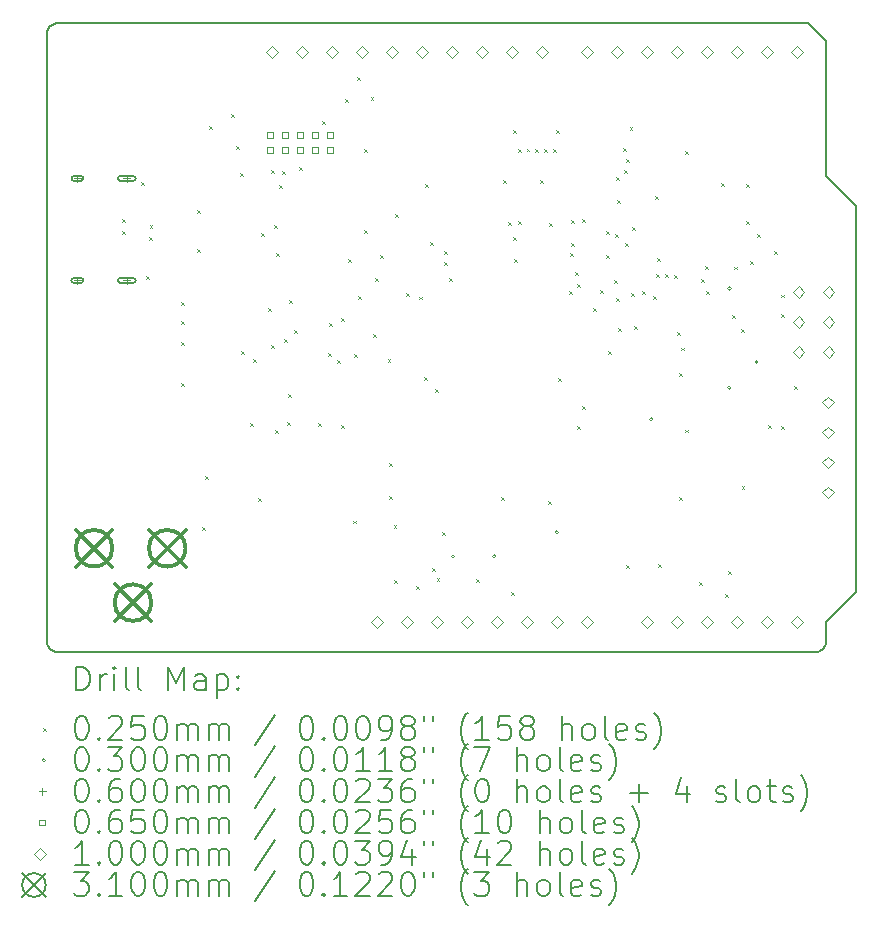
<source format=gbr>
%FSLAX45Y45*%
G04 Gerber Fmt 4.5, Leading zero omitted, Abs format (unit mm)*
G04 Created by KiCad (PCBNEW (6.0.1-0)) date 2023-01-23 19:01:23*
%MOMM*%
%LPD*%
G01*
G04 APERTURE LIST*
%TA.AperFunction,Profile*%
%ADD10C,0.200000*%
%TD*%
%ADD11C,0.200000*%
%ADD12C,0.025000*%
%ADD13C,0.030000*%
%ADD14C,0.060000*%
%ADD15C,0.065000*%
%ADD16C,0.100000*%
%ADD17C,0.310000*%
G04 APERTURE END LIST*
D10*
X8162936Y-7288295D02*
X8179864Y-7267135D01*
X15003702Y-8786365D02*
X15003702Y-12059692D01*
X8150241Y-12468064D02*
X8150241Y-7339077D01*
X8224298Y-7241744D02*
X8249689Y-7237513D01*
X14749792Y-12313602D02*
X14749792Y-12468064D01*
X14675735Y-12563281D02*
X14650344Y-12567513D01*
X14749792Y-12468064D02*
X14745560Y-12493455D01*
X8201023Y-12554817D02*
X8179864Y-12537890D01*
X8201023Y-7252324D02*
X8224298Y-7241744D01*
X8249689Y-12567513D02*
X8224298Y-12563281D01*
X8154473Y-7311570D02*
X8162936Y-7288295D01*
X15003702Y-12059692D02*
X14749792Y-12313602D01*
X8224298Y-12563281D02*
X8201023Y-12554817D01*
X14699010Y-12554817D02*
X14675735Y-12563281D01*
X14720169Y-12537890D02*
X14699010Y-12554817D01*
X8154473Y-12493455D02*
X8150241Y-12468064D01*
X8179864Y-7267135D02*
X8201023Y-7252324D01*
X8249689Y-7237513D02*
X14597446Y-7237513D01*
X8162936Y-12516731D02*
X8154473Y-12493455D01*
X14650344Y-12567513D02*
X8249689Y-12567513D01*
X14749792Y-7389859D02*
X14749792Y-8532455D01*
X8179864Y-12537890D02*
X8162936Y-12516731D01*
X14737097Y-12516731D02*
X14720169Y-12537890D01*
X14597446Y-7237513D02*
X14749792Y-7389859D01*
X14749792Y-8532455D02*
X15003702Y-8786365D01*
X14745560Y-12493455D02*
X14737097Y-12516731D01*
X8150241Y-7339077D02*
X8154473Y-7311570D01*
D11*
D12*
X8785600Y-8901100D02*
X8810600Y-8926100D01*
X8810600Y-8901100D02*
X8785600Y-8926100D01*
X8785600Y-8999600D02*
X8810600Y-9024600D01*
X8810600Y-8999600D02*
X8785600Y-9024600D01*
X8944000Y-8589300D02*
X8969000Y-8614300D01*
X8969000Y-8589300D02*
X8944000Y-8614300D01*
X8988100Y-9377800D02*
X9013100Y-9402800D01*
X9013100Y-9377800D02*
X8988100Y-9402800D01*
X9018500Y-9047800D02*
X9043500Y-9072800D01*
X9043500Y-9047800D02*
X9018500Y-9072800D01*
X9018900Y-8951700D02*
X9043900Y-8976700D01*
X9043900Y-8951700D02*
X9018900Y-8976700D01*
X9284100Y-9765800D02*
X9309100Y-9790800D01*
X9309100Y-9765800D02*
X9284100Y-9790800D01*
X9285100Y-9599400D02*
X9310100Y-9624400D01*
X9310100Y-9599400D02*
X9285100Y-9624400D01*
X9285100Y-9941100D02*
X9310100Y-9966100D01*
X9310100Y-9941100D02*
X9285100Y-9966100D01*
X9286600Y-10284400D02*
X9311600Y-10309400D01*
X9311600Y-10284400D02*
X9286600Y-10309400D01*
X9423100Y-8819800D02*
X9448100Y-8844800D01*
X9448100Y-8819800D02*
X9423100Y-8844800D01*
X9424000Y-9149500D02*
X9449000Y-9174500D01*
X9449000Y-9149500D02*
X9424000Y-9174500D01*
X9460900Y-11504400D02*
X9485900Y-11529400D01*
X9485900Y-11504400D02*
X9460900Y-11529400D01*
X9489100Y-11071800D02*
X9514100Y-11096800D01*
X9514100Y-11071800D02*
X9489100Y-11096800D01*
X9524100Y-8113800D02*
X9549100Y-8138800D01*
X9549100Y-8113800D02*
X9524100Y-8138800D01*
X9711100Y-8008800D02*
X9736100Y-8033800D01*
X9736100Y-8008800D02*
X9711100Y-8033800D01*
X9748800Y-8280100D02*
X9773800Y-8305100D01*
X9773800Y-8280100D02*
X9748800Y-8305100D01*
X9782300Y-8507600D02*
X9807300Y-8532600D01*
X9807300Y-8507600D02*
X9782300Y-8532600D01*
X9792100Y-10017800D02*
X9817100Y-10042800D01*
X9817100Y-10017800D02*
X9792100Y-10042800D01*
X9866100Y-10626800D02*
X9891100Y-10651800D01*
X9891100Y-10626800D02*
X9866100Y-10651800D01*
X9895100Y-10082800D02*
X9920100Y-10107800D01*
X9920100Y-10082800D02*
X9895100Y-10107800D01*
X9939100Y-11261800D02*
X9964100Y-11286800D01*
X9964100Y-11261800D02*
X9939100Y-11286800D01*
X9961700Y-9020400D02*
X9986700Y-9045400D01*
X9986700Y-9020400D02*
X9961700Y-9045400D01*
X10021100Y-9654800D02*
X10046100Y-9679800D01*
X10046100Y-9654800D02*
X10021100Y-9679800D01*
X10047900Y-8481100D02*
X10072900Y-8506100D01*
X10072900Y-8481100D02*
X10047900Y-8506100D01*
X10048600Y-9967900D02*
X10073600Y-9992900D01*
X10073600Y-9967900D02*
X10048600Y-9992900D01*
X10069900Y-8946900D02*
X10094900Y-8971900D01*
X10094900Y-8946900D02*
X10069900Y-8971900D01*
X10082600Y-10686800D02*
X10107600Y-10711800D01*
X10107600Y-10686800D02*
X10082600Y-10711800D01*
X10093500Y-9182800D02*
X10118500Y-9207800D01*
X10118500Y-9182800D02*
X10093500Y-9207800D01*
X10118600Y-8614400D02*
X10143600Y-8639400D01*
X10143600Y-8614400D02*
X10118600Y-8639400D01*
X10139500Y-8494700D02*
X10164500Y-8519700D01*
X10164500Y-8494700D02*
X10139500Y-8519700D01*
X10153800Y-9916200D02*
X10178800Y-9941200D01*
X10178800Y-9916200D02*
X10153800Y-9941200D01*
X10184100Y-10614800D02*
X10209100Y-10639800D01*
X10209100Y-10614800D02*
X10184100Y-10639800D01*
X10195200Y-10383800D02*
X10220200Y-10408800D01*
X10220200Y-10383800D02*
X10195200Y-10408800D01*
X10204100Y-9580800D02*
X10229100Y-9605800D01*
X10229100Y-9580800D02*
X10204100Y-9605800D01*
X10241600Y-9841300D02*
X10266600Y-9866300D01*
X10266600Y-9841300D02*
X10241600Y-9866300D01*
X10281100Y-8460800D02*
X10306100Y-8485800D01*
X10306100Y-8460800D02*
X10281100Y-8485800D01*
X10445100Y-10623800D02*
X10470100Y-10648800D01*
X10470100Y-10623800D02*
X10445100Y-10648800D01*
X10478700Y-8070800D02*
X10503700Y-8095800D01*
X10503700Y-8070800D02*
X10478700Y-8095800D01*
X10532100Y-10036800D02*
X10557100Y-10061800D01*
X10557100Y-10036800D02*
X10532100Y-10061800D01*
X10536500Y-9778700D02*
X10561500Y-9803700D01*
X10561500Y-9778700D02*
X10536500Y-9803700D01*
X10603100Y-10093800D02*
X10628100Y-10118800D01*
X10628100Y-10093800D02*
X10603100Y-10118800D01*
X10641100Y-10640800D02*
X10666100Y-10665800D01*
X10666100Y-10640800D02*
X10641100Y-10665800D01*
X10643100Y-9734800D02*
X10668100Y-9759800D01*
X10668100Y-9734800D02*
X10643100Y-9759800D01*
X10677100Y-7882800D02*
X10702100Y-7907800D01*
X10702100Y-7882800D02*
X10677100Y-7907800D01*
X10700400Y-9238400D02*
X10725400Y-9263400D01*
X10725400Y-9238400D02*
X10700400Y-9263400D01*
X10745600Y-11451400D02*
X10770600Y-11476400D01*
X10770600Y-11451400D02*
X10745600Y-11476400D01*
X10748100Y-10044800D02*
X10773100Y-10069800D01*
X10773100Y-10044800D02*
X10748100Y-10069800D01*
X10774100Y-7695800D02*
X10799100Y-7720800D01*
X10799100Y-7695800D02*
X10774100Y-7720800D01*
X10786100Y-9549800D02*
X10811100Y-9574800D01*
X10811100Y-9549800D02*
X10786100Y-9574800D01*
X10834000Y-8990000D02*
X10859000Y-9015000D01*
X10859000Y-8990000D02*
X10834000Y-9015000D01*
X10835500Y-8308300D02*
X10860500Y-8333300D01*
X10860500Y-8308300D02*
X10835500Y-8333300D01*
X10890100Y-7861800D02*
X10915100Y-7886800D01*
X10915100Y-7861800D02*
X10890100Y-7886800D01*
X10908300Y-9873900D02*
X10933300Y-9898900D01*
X10933300Y-9873900D02*
X10908300Y-9898900D01*
X10925900Y-9397600D02*
X10950900Y-9422600D01*
X10950900Y-9397600D02*
X10925900Y-9422600D01*
X10967100Y-9202600D02*
X10992100Y-9227600D01*
X10992100Y-9202600D02*
X10967100Y-9227600D01*
X11034100Y-10080800D02*
X11059100Y-10105800D01*
X11059100Y-10080800D02*
X11034100Y-10105800D01*
X11045100Y-10961800D02*
X11070100Y-10986800D01*
X11070100Y-10961800D02*
X11045100Y-10986800D01*
X11047300Y-11242100D02*
X11072300Y-11267100D01*
X11072300Y-11242100D02*
X11047300Y-11267100D01*
X11085100Y-11486800D02*
X11110100Y-11511800D01*
X11110100Y-11486800D02*
X11085100Y-11511800D01*
X11086400Y-11954300D02*
X11111400Y-11979300D01*
X11111400Y-11954300D02*
X11086400Y-11979300D01*
X11096500Y-8855200D02*
X11121500Y-8880200D01*
X11121500Y-8855200D02*
X11096500Y-8880200D01*
X11189100Y-9524800D02*
X11214100Y-9549800D01*
X11214100Y-9524800D02*
X11189100Y-9549800D01*
X11276900Y-12008900D02*
X11301900Y-12033900D01*
X11301900Y-12008900D02*
X11276900Y-12033900D01*
X11302100Y-9554800D02*
X11327100Y-9579800D01*
X11327100Y-9554800D02*
X11302100Y-9579800D01*
X11339300Y-10235100D02*
X11364300Y-10260100D01*
X11364300Y-10235100D02*
X11339300Y-10260100D01*
X11350800Y-8600800D02*
X11375800Y-8625800D01*
X11375800Y-8600800D02*
X11350800Y-8625800D01*
X11395100Y-9090800D02*
X11420100Y-9115800D01*
X11420100Y-9090800D02*
X11395100Y-9115800D01*
X11411900Y-11852300D02*
X11436900Y-11877300D01*
X11436900Y-11852300D02*
X11411900Y-11877300D01*
X11438750Y-10334550D02*
X11463750Y-10359550D01*
X11463750Y-10334550D02*
X11438750Y-10359550D01*
X11449100Y-11935300D02*
X11474100Y-11960300D01*
X11474100Y-11935300D02*
X11449100Y-11960300D01*
X11498100Y-11552800D02*
X11523100Y-11577800D01*
X11523100Y-11552800D02*
X11498100Y-11577800D01*
X11511100Y-9165800D02*
X11536100Y-9190800D01*
X11536100Y-9165800D02*
X11511100Y-9190800D01*
X11513100Y-9265800D02*
X11538100Y-9290800D01*
X11538100Y-9265800D02*
X11513100Y-9290800D01*
X11551700Y-9397400D02*
X11576700Y-9422400D01*
X11576700Y-9397400D02*
X11551700Y-9422400D01*
X11785800Y-11947900D02*
X11810800Y-11972900D01*
X11810800Y-11947900D02*
X11785800Y-11972900D01*
X11992400Y-11256100D02*
X12017400Y-11281100D01*
X12017400Y-11256100D02*
X11992400Y-11281100D01*
X12014100Y-8565800D02*
X12039100Y-8590800D01*
X12039100Y-8565800D02*
X12014100Y-8590800D01*
X12056900Y-8921100D02*
X12081900Y-8946100D01*
X12081900Y-8921100D02*
X12056900Y-8946100D01*
X12077200Y-12054000D02*
X12102200Y-12079000D01*
X12102200Y-12054000D02*
X12077200Y-12079000D01*
X12097100Y-8141800D02*
X12122100Y-8166800D01*
X12122100Y-8141800D02*
X12097100Y-8166800D01*
X12100100Y-9053800D02*
X12125100Y-9078800D01*
X12125100Y-9053800D02*
X12100100Y-9078800D01*
X12104100Y-9238800D02*
X12129100Y-9263800D01*
X12129100Y-9238800D02*
X12104100Y-9263800D01*
X12135100Y-8302800D02*
X12160100Y-8327800D01*
X12160100Y-8302800D02*
X12135100Y-8327800D01*
X12137100Y-8916800D02*
X12162100Y-8941800D01*
X12162100Y-8916800D02*
X12137100Y-8941800D01*
X12211100Y-8301800D02*
X12236100Y-8326800D01*
X12236100Y-8301800D02*
X12211100Y-8326800D01*
X12286100Y-8303800D02*
X12311100Y-8328800D01*
X12311100Y-8303800D02*
X12286100Y-8328800D01*
X12327100Y-8570800D02*
X12352100Y-8595800D01*
X12352100Y-8570800D02*
X12327100Y-8595800D01*
X12362100Y-8303800D02*
X12387100Y-8328800D01*
X12387100Y-8303800D02*
X12362100Y-8328800D01*
X12395100Y-11286800D02*
X12420100Y-11311800D01*
X12420100Y-11286800D02*
X12395100Y-11311800D01*
X12400100Y-8928800D02*
X12425100Y-8953800D01*
X12425100Y-8928800D02*
X12400100Y-8953800D01*
X12437100Y-8302800D02*
X12462100Y-8327800D01*
X12462100Y-8302800D02*
X12437100Y-8327800D01*
X12462100Y-8147800D02*
X12487100Y-8172800D01*
X12487100Y-8147800D02*
X12462100Y-8172800D01*
X12479100Y-10247800D02*
X12504100Y-10272800D01*
X12504100Y-10247800D02*
X12479100Y-10272800D01*
X12571600Y-9511700D02*
X12596600Y-9536700D01*
X12596600Y-9511700D02*
X12571600Y-9536700D01*
X12577400Y-9187500D02*
X12602400Y-9212500D01*
X12602400Y-9187500D02*
X12577400Y-9212500D01*
X12590100Y-8906800D02*
X12615100Y-8931800D01*
X12615100Y-8906800D02*
X12590100Y-8931800D01*
X12590100Y-9102800D02*
X12615100Y-9127800D01*
X12615100Y-9102800D02*
X12590100Y-9127800D01*
X12622600Y-9344000D02*
X12647600Y-9369000D01*
X12647600Y-9344000D02*
X12622600Y-9369000D01*
X12635000Y-9445200D02*
X12660000Y-9470200D01*
X12660000Y-9445200D02*
X12635000Y-9470200D01*
X12637800Y-10654500D02*
X12662800Y-10679500D01*
X12662800Y-10654500D02*
X12637800Y-10679500D01*
X12677100Y-8894800D02*
X12702100Y-8919800D01*
X12702100Y-8894800D02*
X12677100Y-8919800D01*
X12683100Y-10478800D02*
X12708100Y-10503800D01*
X12708100Y-10478800D02*
X12683100Y-10503800D01*
X12772100Y-9652800D02*
X12797100Y-9677800D01*
X12797100Y-9652800D02*
X12772100Y-9677800D01*
X12835000Y-9496000D02*
X12860000Y-9521000D01*
X12860000Y-9496000D02*
X12835000Y-9521000D01*
X12883100Y-9204800D02*
X12908100Y-9229800D01*
X12908100Y-9204800D02*
X12883100Y-9229800D01*
X12888000Y-9002600D02*
X12913000Y-9027600D01*
X12913000Y-9002600D02*
X12888000Y-9027600D01*
X12902000Y-10012400D02*
X12927000Y-10037400D01*
X12927000Y-10012400D02*
X12902000Y-10037400D01*
X12955100Y-9414800D02*
X12980100Y-9439800D01*
X12980100Y-9414800D02*
X12955100Y-9439800D01*
X12962100Y-9024600D02*
X12987100Y-9049600D01*
X12987100Y-9024600D02*
X12962100Y-9049600D01*
X12967100Y-8539800D02*
X12992100Y-8564800D01*
X12992100Y-8539800D02*
X12967100Y-8564800D01*
X12972100Y-9564800D02*
X12997100Y-9589800D01*
X12997100Y-9564800D02*
X12972100Y-9589800D01*
X12975600Y-8736000D02*
X13000600Y-8761000D01*
X13000600Y-8736000D02*
X12975600Y-8761000D01*
X12981700Y-9817800D02*
X13006700Y-9842800D01*
X13006700Y-9817800D02*
X12981700Y-9842800D01*
X13028100Y-8293800D02*
X13053100Y-8318800D01*
X13053100Y-8293800D02*
X13028100Y-8318800D01*
X13037400Y-8480200D02*
X13062400Y-8505200D01*
X13062400Y-8480200D02*
X13037400Y-8505200D01*
X13042100Y-9104800D02*
X13067100Y-9129800D01*
X13067100Y-9104800D02*
X13042100Y-9129800D01*
X13050000Y-11830800D02*
X13075000Y-11855800D01*
X13075000Y-11830800D02*
X13050000Y-11855800D01*
X13054100Y-8394500D02*
X13079100Y-8419500D01*
X13079100Y-8394500D02*
X13054100Y-8419500D01*
X13083100Y-8122800D02*
X13108100Y-8147800D01*
X13108100Y-8122800D02*
X13083100Y-8147800D01*
X13096100Y-9525800D02*
X13121100Y-9550800D01*
X13121100Y-9525800D02*
X13096100Y-9550800D01*
X13106600Y-8967700D02*
X13131600Y-8992700D01*
X13131600Y-8967700D02*
X13106600Y-8992700D01*
X13122100Y-9806800D02*
X13147100Y-9831800D01*
X13147100Y-9806800D02*
X13122100Y-9831800D01*
X13190100Y-9508800D02*
X13215100Y-9533800D01*
X13215100Y-9508800D02*
X13190100Y-9533800D01*
X13284100Y-9553800D02*
X13309100Y-9578800D01*
X13309100Y-9553800D02*
X13284100Y-9578800D01*
X13302100Y-8706800D02*
X13327100Y-8731800D01*
X13327100Y-8706800D02*
X13302100Y-8731800D01*
X13304200Y-9366300D02*
X13329200Y-9391300D01*
X13329200Y-9366300D02*
X13304200Y-9391300D01*
X13317100Y-9230800D02*
X13342100Y-9255800D01*
X13342100Y-9230800D02*
X13317100Y-9255800D01*
X13324100Y-11817800D02*
X13349100Y-11842800D01*
X13349100Y-11817800D02*
X13324100Y-11842800D01*
X13381500Y-9368100D02*
X13406500Y-9393100D01*
X13406500Y-9368100D02*
X13381500Y-9393100D01*
X13459100Y-9370300D02*
X13484100Y-9395300D01*
X13484100Y-9370300D02*
X13459100Y-9395300D01*
X13487100Y-9852800D02*
X13512100Y-9877800D01*
X13512100Y-9852800D02*
X13487100Y-9877800D01*
X13499000Y-11250000D02*
X13524000Y-11275000D01*
X13524000Y-11250000D02*
X13499000Y-11275000D01*
X13503100Y-10204800D02*
X13528100Y-10229800D01*
X13528100Y-10204800D02*
X13503100Y-10229800D01*
X13516100Y-9986800D02*
X13541100Y-10011800D01*
X13541100Y-9986800D02*
X13516100Y-10011800D01*
X13551100Y-8321800D02*
X13576100Y-8346800D01*
X13576100Y-8321800D02*
X13551100Y-8346800D01*
X13551100Y-10680800D02*
X13576100Y-10705800D01*
X13576100Y-10680800D02*
X13551100Y-10705800D01*
X13675100Y-11970700D02*
X13700100Y-11995700D01*
X13700100Y-11970700D02*
X13675100Y-11995700D01*
X13690100Y-9405800D02*
X13715100Y-9430800D01*
X13715100Y-9405800D02*
X13690100Y-9430800D01*
X13719100Y-9299800D02*
X13744100Y-9324800D01*
X13744100Y-9299800D02*
X13719100Y-9324800D01*
X13730100Y-9511800D02*
X13755100Y-9536800D01*
X13755100Y-9511800D02*
X13730100Y-9536800D01*
X13855100Y-8592800D02*
X13880100Y-8617800D01*
X13880100Y-8592800D02*
X13855100Y-8617800D01*
X13890000Y-12072400D02*
X13915000Y-12097400D01*
X13915000Y-12072400D02*
X13890000Y-12097400D01*
X13917900Y-11879200D02*
X13942900Y-11904200D01*
X13942900Y-11879200D02*
X13917900Y-11904200D01*
X13951100Y-9713800D02*
X13976100Y-9738800D01*
X13976100Y-9713800D02*
X13951100Y-9738800D01*
X13967100Y-9300800D02*
X13992100Y-9325800D01*
X13992100Y-9300800D02*
X13967100Y-9325800D01*
X14024100Y-9826800D02*
X14049100Y-9851800D01*
X14049100Y-9826800D02*
X14024100Y-9851800D01*
X14031500Y-11160700D02*
X14056500Y-11185700D01*
X14056500Y-11160700D02*
X14031500Y-11185700D01*
X14068100Y-8917800D02*
X14093100Y-8942800D01*
X14093100Y-8917800D02*
X14068100Y-8942800D01*
X14069100Y-8598800D02*
X14094100Y-8623800D01*
X14094100Y-8598800D02*
X14069100Y-8623800D01*
X14100100Y-9253800D02*
X14125100Y-9278800D01*
X14125100Y-9253800D02*
X14100100Y-9278800D01*
X14161100Y-9021800D02*
X14186100Y-9046800D01*
X14186100Y-9021800D02*
X14161100Y-9046800D01*
X14256800Y-10639500D02*
X14281800Y-10664500D01*
X14281800Y-10639500D02*
X14256800Y-10664500D01*
X14306100Y-9165800D02*
X14331100Y-9190800D01*
X14331100Y-9165800D02*
X14306100Y-9190800D01*
X14362100Y-9537800D02*
X14387100Y-9562800D01*
X14387100Y-9537800D02*
X14362100Y-9562800D01*
X14367100Y-9700800D02*
X14392100Y-9725800D01*
X14392100Y-9700800D02*
X14367100Y-9725800D01*
X14369600Y-10652900D02*
X14394600Y-10677900D01*
X14394600Y-10652900D02*
X14369600Y-10677900D01*
X14474100Y-10309800D02*
X14499100Y-10334800D01*
X14499100Y-10309800D02*
X14474100Y-10334800D01*
D13*
X11603500Y-11756100D02*
G75*
G03*
X11603500Y-11756100I-15000J0D01*
G01*
X11951300Y-11754400D02*
G75*
G03*
X11951300Y-11754400I-15000J0D01*
G01*
X12481600Y-11551300D02*
G75*
G03*
X12481600Y-11551300I-15000J0D01*
G01*
X13281200Y-10595100D02*
G75*
G03*
X13281200Y-10595100I-15000J0D01*
G01*
X13943700Y-10327400D02*
G75*
G03*
X13943700Y-10327400I-15000J0D01*
G01*
X13945600Y-9486300D02*
G75*
G03*
X13945600Y-9486300I-15000J0D01*
G01*
X14171600Y-10109300D02*
G75*
G03*
X14171600Y-10109300I-15000J0D01*
G01*
D14*
X8408100Y-8524300D02*
X8408100Y-8584300D01*
X8378100Y-8554300D02*
X8438100Y-8554300D01*
D11*
X8438100Y-8534300D02*
X8378100Y-8534300D01*
X8438100Y-8574300D02*
X8378100Y-8574300D01*
X8378100Y-8534300D02*
G75*
G03*
X8378100Y-8574300I0J-20000D01*
G01*
X8438100Y-8574300D02*
G75*
G03*
X8438100Y-8534300I0J20000D01*
G01*
D14*
X8408100Y-9388300D02*
X8408100Y-9448300D01*
X8378100Y-9418300D02*
X8438100Y-9418300D01*
D11*
X8438100Y-9398300D02*
X8378100Y-9398300D01*
X8438100Y-9438300D02*
X8378100Y-9438300D01*
X8378100Y-9398300D02*
G75*
G03*
X8378100Y-9438300I0J-20000D01*
G01*
X8438100Y-9438300D02*
G75*
G03*
X8438100Y-9398300I0J20000D01*
G01*
D14*
X8826100Y-8524300D02*
X8826100Y-8584300D01*
X8796100Y-8554300D02*
X8856100Y-8554300D01*
D11*
X8881100Y-8534300D02*
X8771100Y-8534300D01*
X8881100Y-8574300D02*
X8771100Y-8574300D01*
X8771100Y-8534300D02*
G75*
G03*
X8771100Y-8574300I0J-20000D01*
G01*
X8881100Y-8574300D02*
G75*
G03*
X8881100Y-8534300I0J20000D01*
G01*
D14*
X8826100Y-9388300D02*
X8826100Y-9448300D01*
X8796100Y-9418300D02*
X8856100Y-9418300D01*
D11*
X8881100Y-9398300D02*
X8771100Y-9398300D01*
X8881100Y-9438300D02*
X8771100Y-9438300D01*
X8771100Y-9398300D02*
G75*
G03*
X8771100Y-9438300I0J-20000D01*
G01*
X8881100Y-9438300D02*
G75*
G03*
X8881100Y-9398300I0J20000D01*
G01*
D15*
X10062081Y-8209781D02*
X10062081Y-8163819D01*
X10016119Y-8163819D01*
X10016119Y-8209781D01*
X10062081Y-8209781D01*
X10062081Y-8336781D02*
X10062081Y-8290819D01*
X10016119Y-8290819D01*
X10016119Y-8336781D01*
X10062081Y-8336781D01*
X10189081Y-8209781D02*
X10189081Y-8163819D01*
X10143119Y-8163819D01*
X10143119Y-8209781D01*
X10189081Y-8209781D01*
X10189081Y-8336781D02*
X10189081Y-8290819D01*
X10143119Y-8290819D01*
X10143119Y-8336781D01*
X10189081Y-8336781D01*
X10316081Y-8209781D02*
X10316081Y-8163819D01*
X10270119Y-8163819D01*
X10270119Y-8209781D01*
X10316081Y-8209781D01*
X10316081Y-8336781D02*
X10316081Y-8290819D01*
X10270119Y-8290819D01*
X10270119Y-8336781D01*
X10316081Y-8336781D01*
X10443081Y-8209781D02*
X10443081Y-8163819D01*
X10397119Y-8163819D01*
X10397119Y-8209781D01*
X10443081Y-8209781D01*
X10443081Y-8336781D02*
X10443081Y-8290819D01*
X10397119Y-8290819D01*
X10397119Y-8336781D01*
X10443081Y-8336781D01*
X10570081Y-8209781D02*
X10570081Y-8163819D01*
X10524119Y-8163819D01*
X10524119Y-8209781D01*
X10570081Y-8209781D01*
X10570081Y-8336781D02*
X10570081Y-8290819D01*
X10524119Y-8290819D01*
X10524119Y-8336781D01*
X10570081Y-8336781D01*
D16*
X10056600Y-7536300D02*
X10106600Y-7486300D01*
X10056600Y-7436300D01*
X10006600Y-7486300D01*
X10056600Y-7536300D01*
X10310600Y-7536300D02*
X10360600Y-7486300D01*
X10310600Y-7436300D01*
X10260600Y-7486300D01*
X10310600Y-7536300D01*
X10564600Y-7536300D02*
X10614600Y-7486300D01*
X10564600Y-7436300D01*
X10514600Y-7486300D01*
X10564600Y-7536300D01*
X10818600Y-7536300D02*
X10868600Y-7486300D01*
X10818600Y-7436300D01*
X10768600Y-7486300D01*
X10818600Y-7536300D01*
X10945600Y-12362300D02*
X10995600Y-12312300D01*
X10945600Y-12262300D01*
X10895600Y-12312300D01*
X10945600Y-12362300D01*
X11072600Y-7536300D02*
X11122600Y-7486300D01*
X11072600Y-7436300D01*
X11022600Y-7486300D01*
X11072600Y-7536300D01*
X11199600Y-12362300D02*
X11249600Y-12312300D01*
X11199600Y-12262300D01*
X11149600Y-12312300D01*
X11199600Y-12362300D01*
X11326600Y-7536300D02*
X11376600Y-7486300D01*
X11326600Y-7436300D01*
X11276600Y-7486300D01*
X11326600Y-7536300D01*
X11453600Y-12362300D02*
X11503600Y-12312300D01*
X11453600Y-12262300D01*
X11403600Y-12312300D01*
X11453600Y-12362300D01*
X11580600Y-7536300D02*
X11630600Y-7486300D01*
X11580600Y-7436300D01*
X11530600Y-7486300D01*
X11580600Y-7536300D01*
X11707600Y-12362300D02*
X11757600Y-12312300D01*
X11707600Y-12262300D01*
X11657600Y-12312300D01*
X11707600Y-12362300D01*
X11834600Y-7536300D02*
X11884600Y-7486300D01*
X11834600Y-7436300D01*
X11784600Y-7486300D01*
X11834600Y-7536300D01*
X11961600Y-12362300D02*
X12011600Y-12312300D01*
X11961600Y-12262300D01*
X11911600Y-12312300D01*
X11961600Y-12362300D01*
X12088600Y-7536300D02*
X12138600Y-7486300D01*
X12088600Y-7436300D01*
X12038600Y-7486300D01*
X12088600Y-7536300D01*
X12215600Y-12362300D02*
X12265600Y-12312300D01*
X12215600Y-12262300D01*
X12165600Y-12312300D01*
X12215600Y-12362300D01*
X12342600Y-7536300D02*
X12392600Y-7486300D01*
X12342600Y-7436300D01*
X12292600Y-7486300D01*
X12342600Y-7536300D01*
X12469600Y-12362300D02*
X12519600Y-12312300D01*
X12469600Y-12262300D01*
X12419600Y-12312300D01*
X12469600Y-12362300D01*
X12723600Y-7536300D02*
X12773600Y-7486300D01*
X12723600Y-7436300D01*
X12673600Y-7486300D01*
X12723600Y-7536300D01*
X12723600Y-12362300D02*
X12773600Y-12312300D01*
X12723600Y-12262300D01*
X12673600Y-12312300D01*
X12723600Y-12362300D01*
X12977600Y-7536300D02*
X13027600Y-7486300D01*
X12977600Y-7436300D01*
X12927600Y-7486300D01*
X12977600Y-7536300D01*
X13231600Y-7536300D02*
X13281600Y-7486300D01*
X13231600Y-7436300D01*
X13181600Y-7486300D01*
X13231600Y-7536300D01*
X13231600Y-12362300D02*
X13281600Y-12312300D01*
X13231600Y-12262300D01*
X13181600Y-12312300D01*
X13231600Y-12362300D01*
X13485600Y-7536300D02*
X13535600Y-7486300D01*
X13485600Y-7436300D01*
X13435600Y-7486300D01*
X13485600Y-7536300D01*
X13485600Y-12362300D02*
X13535600Y-12312300D01*
X13485600Y-12262300D01*
X13435600Y-12312300D01*
X13485600Y-12362300D01*
X13739600Y-7536300D02*
X13789600Y-7486300D01*
X13739600Y-7436300D01*
X13689600Y-7486300D01*
X13739600Y-7536300D01*
X13739600Y-12362300D02*
X13789600Y-12312300D01*
X13739600Y-12262300D01*
X13689600Y-12312300D01*
X13739600Y-12362300D01*
X13993600Y-7536300D02*
X14043600Y-7486300D01*
X13993600Y-7436300D01*
X13943600Y-7486300D01*
X13993600Y-7536300D01*
X13993600Y-12362300D02*
X14043600Y-12312300D01*
X13993600Y-12262300D01*
X13943600Y-12312300D01*
X13993600Y-12362300D01*
X14247600Y-7536300D02*
X14297600Y-7486300D01*
X14247600Y-7436300D01*
X14197600Y-7486300D01*
X14247600Y-7536300D01*
X14247600Y-12362300D02*
X14297600Y-12312300D01*
X14247600Y-12262300D01*
X14197600Y-12312300D01*
X14247600Y-12362300D01*
X14501600Y-7536300D02*
X14551600Y-7486300D01*
X14501600Y-7436300D01*
X14451600Y-7486300D01*
X14501600Y-7536300D01*
X14501600Y-12362300D02*
X14551600Y-12312300D01*
X14501600Y-12262300D01*
X14451600Y-12312300D01*
X14501600Y-12362300D01*
X14514300Y-9568300D02*
X14564300Y-9518300D01*
X14514300Y-9468300D01*
X14464300Y-9518300D01*
X14514300Y-9568300D01*
X14514300Y-9822300D02*
X14564300Y-9772300D01*
X14514300Y-9722300D01*
X14464300Y-9772300D01*
X14514300Y-9822300D01*
X14514300Y-10076300D02*
X14564300Y-10026300D01*
X14514300Y-9976300D01*
X14464300Y-10026300D01*
X14514300Y-10076300D01*
X14764100Y-10501800D02*
X14814100Y-10451800D01*
X14764100Y-10401800D01*
X14714100Y-10451800D01*
X14764100Y-10501800D01*
X14764100Y-10755800D02*
X14814100Y-10705800D01*
X14764100Y-10655800D01*
X14714100Y-10705800D01*
X14764100Y-10755800D01*
X14764100Y-11009800D02*
X14814100Y-10959800D01*
X14764100Y-10909800D01*
X14714100Y-10959800D01*
X14764100Y-11009800D01*
X14764100Y-11263800D02*
X14814100Y-11213800D01*
X14764100Y-11163800D01*
X14714100Y-11213800D01*
X14764100Y-11263800D01*
X14768300Y-9568300D02*
X14818300Y-9518300D01*
X14768300Y-9468300D01*
X14718300Y-9518300D01*
X14768300Y-9568300D01*
X14768300Y-9822300D02*
X14818300Y-9772300D01*
X14768300Y-9722300D01*
X14718300Y-9772300D01*
X14768300Y-9822300D01*
X14768300Y-10076300D02*
X14818300Y-10026300D01*
X14768300Y-9976300D01*
X14718300Y-10026300D01*
X14768300Y-10076300D01*
D17*
X8394100Y-11531300D02*
X8704100Y-11841300D01*
X8704100Y-11531300D02*
X8394100Y-11841300D01*
X8704100Y-11686300D02*
G75*
G03*
X8704100Y-11686300I-155000J0D01*
G01*
X8724100Y-11991300D02*
X9034100Y-12301300D01*
X9034100Y-11991300D02*
X8724100Y-12301300D01*
X9034100Y-12146300D02*
G75*
G03*
X9034100Y-12146300I-155000J0D01*
G01*
X9014100Y-11531300D02*
X9324100Y-11841300D01*
X9324100Y-11531300D02*
X9014100Y-11841300D01*
X9324100Y-11686300D02*
G75*
G03*
X9324100Y-11686300I-155000J0D01*
G01*
D11*
X8397860Y-12887989D02*
X8397860Y-12687989D01*
X8445479Y-12687989D01*
X8474050Y-12697513D01*
X8493098Y-12716560D01*
X8502622Y-12735608D01*
X8512146Y-12773703D01*
X8512146Y-12802274D01*
X8502622Y-12840370D01*
X8493098Y-12859417D01*
X8474050Y-12878465D01*
X8445479Y-12887989D01*
X8397860Y-12887989D01*
X8597860Y-12887989D02*
X8597860Y-12754655D01*
X8597860Y-12792751D02*
X8607384Y-12773703D01*
X8616907Y-12764179D01*
X8635955Y-12754655D01*
X8655003Y-12754655D01*
X8721669Y-12887989D02*
X8721669Y-12754655D01*
X8721669Y-12687989D02*
X8712146Y-12697513D01*
X8721669Y-12707036D01*
X8731193Y-12697513D01*
X8721669Y-12687989D01*
X8721669Y-12707036D01*
X8845479Y-12887989D02*
X8826431Y-12878465D01*
X8816907Y-12859417D01*
X8816907Y-12687989D01*
X8950241Y-12887989D02*
X8931193Y-12878465D01*
X8921669Y-12859417D01*
X8921669Y-12687989D01*
X9178812Y-12887989D02*
X9178812Y-12687989D01*
X9245479Y-12830846D01*
X9312146Y-12687989D01*
X9312146Y-12887989D01*
X9493098Y-12887989D02*
X9493098Y-12783227D01*
X9483574Y-12764179D01*
X9464527Y-12754655D01*
X9426431Y-12754655D01*
X9407384Y-12764179D01*
X9493098Y-12878465D02*
X9474050Y-12887989D01*
X9426431Y-12887989D01*
X9407384Y-12878465D01*
X9397860Y-12859417D01*
X9397860Y-12840370D01*
X9407384Y-12821322D01*
X9426431Y-12811798D01*
X9474050Y-12811798D01*
X9493098Y-12802274D01*
X9588336Y-12754655D02*
X9588336Y-12954655D01*
X9588336Y-12764179D02*
X9607384Y-12754655D01*
X9645479Y-12754655D01*
X9664527Y-12764179D01*
X9674050Y-12773703D01*
X9683574Y-12792751D01*
X9683574Y-12849893D01*
X9674050Y-12868941D01*
X9664527Y-12878465D01*
X9645479Y-12887989D01*
X9607384Y-12887989D01*
X9588336Y-12878465D01*
X9769288Y-12868941D02*
X9778812Y-12878465D01*
X9769288Y-12887989D01*
X9759765Y-12878465D01*
X9769288Y-12868941D01*
X9769288Y-12887989D01*
X9769288Y-12764179D02*
X9778812Y-12773703D01*
X9769288Y-12783227D01*
X9759765Y-12773703D01*
X9769288Y-12764179D01*
X9769288Y-12783227D01*
D12*
X8115241Y-13205013D02*
X8140241Y-13230013D01*
X8140241Y-13205013D02*
X8115241Y-13230013D01*
D11*
X8435955Y-13107989D02*
X8455003Y-13107989D01*
X8474050Y-13117513D01*
X8483574Y-13127036D01*
X8493098Y-13146084D01*
X8502622Y-13184179D01*
X8502622Y-13231798D01*
X8493098Y-13269893D01*
X8483574Y-13288941D01*
X8474050Y-13298465D01*
X8455003Y-13307989D01*
X8435955Y-13307989D01*
X8416907Y-13298465D01*
X8407384Y-13288941D01*
X8397860Y-13269893D01*
X8388336Y-13231798D01*
X8388336Y-13184179D01*
X8397860Y-13146084D01*
X8407384Y-13127036D01*
X8416907Y-13117513D01*
X8435955Y-13107989D01*
X8588336Y-13288941D02*
X8597860Y-13298465D01*
X8588336Y-13307989D01*
X8578812Y-13298465D01*
X8588336Y-13288941D01*
X8588336Y-13307989D01*
X8674050Y-13127036D02*
X8683574Y-13117513D01*
X8702622Y-13107989D01*
X8750241Y-13107989D01*
X8769288Y-13117513D01*
X8778812Y-13127036D01*
X8788336Y-13146084D01*
X8788336Y-13165132D01*
X8778812Y-13193703D01*
X8664527Y-13307989D01*
X8788336Y-13307989D01*
X8969288Y-13107989D02*
X8874050Y-13107989D01*
X8864527Y-13203227D01*
X8874050Y-13193703D01*
X8893098Y-13184179D01*
X8940717Y-13184179D01*
X8959765Y-13193703D01*
X8969288Y-13203227D01*
X8978812Y-13222274D01*
X8978812Y-13269893D01*
X8969288Y-13288941D01*
X8959765Y-13298465D01*
X8940717Y-13307989D01*
X8893098Y-13307989D01*
X8874050Y-13298465D01*
X8864527Y-13288941D01*
X9102622Y-13107989D02*
X9121669Y-13107989D01*
X9140717Y-13117513D01*
X9150241Y-13127036D01*
X9159765Y-13146084D01*
X9169288Y-13184179D01*
X9169288Y-13231798D01*
X9159765Y-13269893D01*
X9150241Y-13288941D01*
X9140717Y-13298465D01*
X9121669Y-13307989D01*
X9102622Y-13307989D01*
X9083574Y-13298465D01*
X9074050Y-13288941D01*
X9064527Y-13269893D01*
X9055003Y-13231798D01*
X9055003Y-13184179D01*
X9064527Y-13146084D01*
X9074050Y-13127036D01*
X9083574Y-13117513D01*
X9102622Y-13107989D01*
X9255003Y-13307989D02*
X9255003Y-13174655D01*
X9255003Y-13193703D02*
X9264527Y-13184179D01*
X9283574Y-13174655D01*
X9312146Y-13174655D01*
X9331193Y-13184179D01*
X9340717Y-13203227D01*
X9340717Y-13307989D01*
X9340717Y-13203227D02*
X9350241Y-13184179D01*
X9369288Y-13174655D01*
X9397860Y-13174655D01*
X9416907Y-13184179D01*
X9426431Y-13203227D01*
X9426431Y-13307989D01*
X9521669Y-13307989D02*
X9521669Y-13174655D01*
X9521669Y-13193703D02*
X9531193Y-13184179D01*
X9550241Y-13174655D01*
X9578812Y-13174655D01*
X9597860Y-13184179D01*
X9607384Y-13203227D01*
X9607384Y-13307989D01*
X9607384Y-13203227D02*
X9616907Y-13184179D01*
X9635955Y-13174655D01*
X9664527Y-13174655D01*
X9683574Y-13184179D01*
X9693098Y-13203227D01*
X9693098Y-13307989D01*
X10083574Y-13098465D02*
X9912146Y-13355608D01*
X10340717Y-13107989D02*
X10359765Y-13107989D01*
X10378812Y-13117513D01*
X10388336Y-13127036D01*
X10397860Y-13146084D01*
X10407384Y-13184179D01*
X10407384Y-13231798D01*
X10397860Y-13269893D01*
X10388336Y-13288941D01*
X10378812Y-13298465D01*
X10359765Y-13307989D01*
X10340717Y-13307989D01*
X10321669Y-13298465D01*
X10312146Y-13288941D01*
X10302622Y-13269893D01*
X10293098Y-13231798D01*
X10293098Y-13184179D01*
X10302622Y-13146084D01*
X10312146Y-13127036D01*
X10321669Y-13117513D01*
X10340717Y-13107989D01*
X10493098Y-13288941D02*
X10502622Y-13298465D01*
X10493098Y-13307989D01*
X10483574Y-13298465D01*
X10493098Y-13288941D01*
X10493098Y-13307989D01*
X10626431Y-13107989D02*
X10645479Y-13107989D01*
X10664527Y-13117513D01*
X10674050Y-13127036D01*
X10683574Y-13146084D01*
X10693098Y-13184179D01*
X10693098Y-13231798D01*
X10683574Y-13269893D01*
X10674050Y-13288941D01*
X10664527Y-13298465D01*
X10645479Y-13307989D01*
X10626431Y-13307989D01*
X10607384Y-13298465D01*
X10597860Y-13288941D01*
X10588336Y-13269893D01*
X10578812Y-13231798D01*
X10578812Y-13184179D01*
X10588336Y-13146084D01*
X10597860Y-13127036D01*
X10607384Y-13117513D01*
X10626431Y-13107989D01*
X10816907Y-13107989D02*
X10835955Y-13107989D01*
X10855003Y-13117513D01*
X10864527Y-13127036D01*
X10874050Y-13146084D01*
X10883574Y-13184179D01*
X10883574Y-13231798D01*
X10874050Y-13269893D01*
X10864527Y-13288941D01*
X10855003Y-13298465D01*
X10835955Y-13307989D01*
X10816907Y-13307989D01*
X10797860Y-13298465D01*
X10788336Y-13288941D01*
X10778812Y-13269893D01*
X10769288Y-13231798D01*
X10769288Y-13184179D01*
X10778812Y-13146084D01*
X10788336Y-13127036D01*
X10797860Y-13117513D01*
X10816907Y-13107989D01*
X10978812Y-13307989D02*
X11016907Y-13307989D01*
X11035955Y-13298465D01*
X11045479Y-13288941D01*
X11064527Y-13260370D01*
X11074050Y-13222274D01*
X11074050Y-13146084D01*
X11064527Y-13127036D01*
X11055003Y-13117513D01*
X11035955Y-13107989D01*
X10997860Y-13107989D01*
X10978812Y-13117513D01*
X10969288Y-13127036D01*
X10959765Y-13146084D01*
X10959765Y-13193703D01*
X10969288Y-13212751D01*
X10978812Y-13222274D01*
X10997860Y-13231798D01*
X11035955Y-13231798D01*
X11055003Y-13222274D01*
X11064527Y-13212751D01*
X11074050Y-13193703D01*
X11188336Y-13193703D02*
X11169288Y-13184179D01*
X11159765Y-13174655D01*
X11150241Y-13155608D01*
X11150241Y-13146084D01*
X11159765Y-13127036D01*
X11169288Y-13117513D01*
X11188336Y-13107989D01*
X11226431Y-13107989D01*
X11245479Y-13117513D01*
X11255003Y-13127036D01*
X11264526Y-13146084D01*
X11264526Y-13155608D01*
X11255003Y-13174655D01*
X11245479Y-13184179D01*
X11226431Y-13193703D01*
X11188336Y-13193703D01*
X11169288Y-13203227D01*
X11159765Y-13212751D01*
X11150241Y-13231798D01*
X11150241Y-13269893D01*
X11159765Y-13288941D01*
X11169288Y-13298465D01*
X11188336Y-13307989D01*
X11226431Y-13307989D01*
X11245479Y-13298465D01*
X11255003Y-13288941D01*
X11264526Y-13269893D01*
X11264526Y-13231798D01*
X11255003Y-13212751D01*
X11245479Y-13203227D01*
X11226431Y-13193703D01*
X11340717Y-13107989D02*
X11340717Y-13146084D01*
X11416907Y-13107989D02*
X11416907Y-13146084D01*
X11712145Y-13384179D02*
X11702622Y-13374655D01*
X11683574Y-13346084D01*
X11674050Y-13327036D01*
X11664526Y-13298465D01*
X11655003Y-13250846D01*
X11655003Y-13212751D01*
X11664526Y-13165132D01*
X11674050Y-13136560D01*
X11683574Y-13117513D01*
X11702622Y-13088941D01*
X11712145Y-13079417D01*
X11893098Y-13307989D02*
X11778812Y-13307989D01*
X11835955Y-13307989D02*
X11835955Y-13107989D01*
X11816907Y-13136560D01*
X11797860Y-13155608D01*
X11778812Y-13165132D01*
X12074050Y-13107989D02*
X11978812Y-13107989D01*
X11969288Y-13203227D01*
X11978812Y-13193703D01*
X11997860Y-13184179D01*
X12045479Y-13184179D01*
X12064526Y-13193703D01*
X12074050Y-13203227D01*
X12083574Y-13222274D01*
X12083574Y-13269893D01*
X12074050Y-13288941D01*
X12064526Y-13298465D01*
X12045479Y-13307989D01*
X11997860Y-13307989D01*
X11978812Y-13298465D01*
X11969288Y-13288941D01*
X12197860Y-13193703D02*
X12178812Y-13184179D01*
X12169288Y-13174655D01*
X12159765Y-13155608D01*
X12159765Y-13146084D01*
X12169288Y-13127036D01*
X12178812Y-13117513D01*
X12197860Y-13107989D01*
X12235955Y-13107989D01*
X12255003Y-13117513D01*
X12264526Y-13127036D01*
X12274050Y-13146084D01*
X12274050Y-13155608D01*
X12264526Y-13174655D01*
X12255003Y-13184179D01*
X12235955Y-13193703D01*
X12197860Y-13193703D01*
X12178812Y-13203227D01*
X12169288Y-13212751D01*
X12159765Y-13231798D01*
X12159765Y-13269893D01*
X12169288Y-13288941D01*
X12178812Y-13298465D01*
X12197860Y-13307989D01*
X12235955Y-13307989D01*
X12255003Y-13298465D01*
X12264526Y-13288941D01*
X12274050Y-13269893D01*
X12274050Y-13231798D01*
X12264526Y-13212751D01*
X12255003Y-13203227D01*
X12235955Y-13193703D01*
X12512145Y-13307989D02*
X12512145Y-13107989D01*
X12597860Y-13307989D02*
X12597860Y-13203227D01*
X12588336Y-13184179D01*
X12569288Y-13174655D01*
X12540717Y-13174655D01*
X12521669Y-13184179D01*
X12512145Y-13193703D01*
X12721669Y-13307989D02*
X12702622Y-13298465D01*
X12693098Y-13288941D01*
X12683574Y-13269893D01*
X12683574Y-13212751D01*
X12693098Y-13193703D01*
X12702622Y-13184179D01*
X12721669Y-13174655D01*
X12750241Y-13174655D01*
X12769288Y-13184179D01*
X12778812Y-13193703D01*
X12788336Y-13212751D01*
X12788336Y-13269893D01*
X12778812Y-13288941D01*
X12769288Y-13298465D01*
X12750241Y-13307989D01*
X12721669Y-13307989D01*
X12902622Y-13307989D02*
X12883574Y-13298465D01*
X12874050Y-13279417D01*
X12874050Y-13107989D01*
X13055003Y-13298465D02*
X13035955Y-13307989D01*
X12997860Y-13307989D01*
X12978812Y-13298465D01*
X12969288Y-13279417D01*
X12969288Y-13203227D01*
X12978812Y-13184179D01*
X12997860Y-13174655D01*
X13035955Y-13174655D01*
X13055003Y-13184179D01*
X13064526Y-13203227D01*
X13064526Y-13222274D01*
X12969288Y-13241322D01*
X13140717Y-13298465D02*
X13159765Y-13307989D01*
X13197860Y-13307989D01*
X13216907Y-13298465D01*
X13226431Y-13279417D01*
X13226431Y-13269893D01*
X13216907Y-13250846D01*
X13197860Y-13241322D01*
X13169288Y-13241322D01*
X13150241Y-13231798D01*
X13140717Y-13212751D01*
X13140717Y-13203227D01*
X13150241Y-13184179D01*
X13169288Y-13174655D01*
X13197860Y-13174655D01*
X13216907Y-13184179D01*
X13293098Y-13384179D02*
X13302622Y-13374655D01*
X13321669Y-13346084D01*
X13331193Y-13327036D01*
X13340717Y-13298465D01*
X13350241Y-13250846D01*
X13350241Y-13212751D01*
X13340717Y-13165132D01*
X13331193Y-13136560D01*
X13321669Y-13117513D01*
X13302622Y-13088941D01*
X13293098Y-13079417D01*
D13*
X8140241Y-13481513D02*
G75*
G03*
X8140241Y-13481513I-15000J0D01*
G01*
D11*
X8435955Y-13371989D02*
X8455003Y-13371989D01*
X8474050Y-13381513D01*
X8483574Y-13391036D01*
X8493098Y-13410084D01*
X8502622Y-13448179D01*
X8502622Y-13495798D01*
X8493098Y-13533893D01*
X8483574Y-13552941D01*
X8474050Y-13562465D01*
X8455003Y-13571989D01*
X8435955Y-13571989D01*
X8416907Y-13562465D01*
X8407384Y-13552941D01*
X8397860Y-13533893D01*
X8388336Y-13495798D01*
X8388336Y-13448179D01*
X8397860Y-13410084D01*
X8407384Y-13391036D01*
X8416907Y-13381513D01*
X8435955Y-13371989D01*
X8588336Y-13552941D02*
X8597860Y-13562465D01*
X8588336Y-13571989D01*
X8578812Y-13562465D01*
X8588336Y-13552941D01*
X8588336Y-13571989D01*
X8664527Y-13371989D02*
X8788336Y-13371989D01*
X8721669Y-13448179D01*
X8750241Y-13448179D01*
X8769288Y-13457703D01*
X8778812Y-13467227D01*
X8788336Y-13486274D01*
X8788336Y-13533893D01*
X8778812Y-13552941D01*
X8769288Y-13562465D01*
X8750241Y-13571989D01*
X8693098Y-13571989D01*
X8674050Y-13562465D01*
X8664527Y-13552941D01*
X8912146Y-13371989D02*
X8931193Y-13371989D01*
X8950241Y-13381513D01*
X8959765Y-13391036D01*
X8969288Y-13410084D01*
X8978812Y-13448179D01*
X8978812Y-13495798D01*
X8969288Y-13533893D01*
X8959765Y-13552941D01*
X8950241Y-13562465D01*
X8931193Y-13571989D01*
X8912146Y-13571989D01*
X8893098Y-13562465D01*
X8883574Y-13552941D01*
X8874050Y-13533893D01*
X8864527Y-13495798D01*
X8864527Y-13448179D01*
X8874050Y-13410084D01*
X8883574Y-13391036D01*
X8893098Y-13381513D01*
X8912146Y-13371989D01*
X9102622Y-13371989D02*
X9121669Y-13371989D01*
X9140717Y-13381513D01*
X9150241Y-13391036D01*
X9159765Y-13410084D01*
X9169288Y-13448179D01*
X9169288Y-13495798D01*
X9159765Y-13533893D01*
X9150241Y-13552941D01*
X9140717Y-13562465D01*
X9121669Y-13571989D01*
X9102622Y-13571989D01*
X9083574Y-13562465D01*
X9074050Y-13552941D01*
X9064527Y-13533893D01*
X9055003Y-13495798D01*
X9055003Y-13448179D01*
X9064527Y-13410084D01*
X9074050Y-13391036D01*
X9083574Y-13381513D01*
X9102622Y-13371989D01*
X9255003Y-13571989D02*
X9255003Y-13438655D01*
X9255003Y-13457703D02*
X9264527Y-13448179D01*
X9283574Y-13438655D01*
X9312146Y-13438655D01*
X9331193Y-13448179D01*
X9340717Y-13467227D01*
X9340717Y-13571989D01*
X9340717Y-13467227D02*
X9350241Y-13448179D01*
X9369288Y-13438655D01*
X9397860Y-13438655D01*
X9416907Y-13448179D01*
X9426431Y-13467227D01*
X9426431Y-13571989D01*
X9521669Y-13571989D02*
X9521669Y-13438655D01*
X9521669Y-13457703D02*
X9531193Y-13448179D01*
X9550241Y-13438655D01*
X9578812Y-13438655D01*
X9597860Y-13448179D01*
X9607384Y-13467227D01*
X9607384Y-13571989D01*
X9607384Y-13467227D02*
X9616907Y-13448179D01*
X9635955Y-13438655D01*
X9664527Y-13438655D01*
X9683574Y-13448179D01*
X9693098Y-13467227D01*
X9693098Y-13571989D01*
X10083574Y-13362465D02*
X9912146Y-13619608D01*
X10340717Y-13371989D02*
X10359765Y-13371989D01*
X10378812Y-13381513D01*
X10388336Y-13391036D01*
X10397860Y-13410084D01*
X10407384Y-13448179D01*
X10407384Y-13495798D01*
X10397860Y-13533893D01*
X10388336Y-13552941D01*
X10378812Y-13562465D01*
X10359765Y-13571989D01*
X10340717Y-13571989D01*
X10321669Y-13562465D01*
X10312146Y-13552941D01*
X10302622Y-13533893D01*
X10293098Y-13495798D01*
X10293098Y-13448179D01*
X10302622Y-13410084D01*
X10312146Y-13391036D01*
X10321669Y-13381513D01*
X10340717Y-13371989D01*
X10493098Y-13552941D02*
X10502622Y-13562465D01*
X10493098Y-13571989D01*
X10483574Y-13562465D01*
X10493098Y-13552941D01*
X10493098Y-13571989D01*
X10626431Y-13371989D02*
X10645479Y-13371989D01*
X10664527Y-13381513D01*
X10674050Y-13391036D01*
X10683574Y-13410084D01*
X10693098Y-13448179D01*
X10693098Y-13495798D01*
X10683574Y-13533893D01*
X10674050Y-13552941D01*
X10664527Y-13562465D01*
X10645479Y-13571989D01*
X10626431Y-13571989D01*
X10607384Y-13562465D01*
X10597860Y-13552941D01*
X10588336Y-13533893D01*
X10578812Y-13495798D01*
X10578812Y-13448179D01*
X10588336Y-13410084D01*
X10597860Y-13391036D01*
X10607384Y-13381513D01*
X10626431Y-13371989D01*
X10883574Y-13571989D02*
X10769288Y-13571989D01*
X10826431Y-13571989D02*
X10826431Y-13371989D01*
X10807384Y-13400560D01*
X10788336Y-13419608D01*
X10769288Y-13429132D01*
X11074050Y-13571989D02*
X10959765Y-13571989D01*
X11016907Y-13571989D02*
X11016907Y-13371989D01*
X10997860Y-13400560D01*
X10978812Y-13419608D01*
X10959765Y-13429132D01*
X11188336Y-13457703D02*
X11169288Y-13448179D01*
X11159765Y-13438655D01*
X11150241Y-13419608D01*
X11150241Y-13410084D01*
X11159765Y-13391036D01*
X11169288Y-13381513D01*
X11188336Y-13371989D01*
X11226431Y-13371989D01*
X11245479Y-13381513D01*
X11255003Y-13391036D01*
X11264526Y-13410084D01*
X11264526Y-13419608D01*
X11255003Y-13438655D01*
X11245479Y-13448179D01*
X11226431Y-13457703D01*
X11188336Y-13457703D01*
X11169288Y-13467227D01*
X11159765Y-13476751D01*
X11150241Y-13495798D01*
X11150241Y-13533893D01*
X11159765Y-13552941D01*
X11169288Y-13562465D01*
X11188336Y-13571989D01*
X11226431Y-13571989D01*
X11245479Y-13562465D01*
X11255003Y-13552941D01*
X11264526Y-13533893D01*
X11264526Y-13495798D01*
X11255003Y-13476751D01*
X11245479Y-13467227D01*
X11226431Y-13457703D01*
X11340717Y-13371989D02*
X11340717Y-13410084D01*
X11416907Y-13371989D02*
X11416907Y-13410084D01*
X11712145Y-13648179D02*
X11702622Y-13638655D01*
X11683574Y-13610084D01*
X11674050Y-13591036D01*
X11664526Y-13562465D01*
X11655003Y-13514846D01*
X11655003Y-13476751D01*
X11664526Y-13429132D01*
X11674050Y-13400560D01*
X11683574Y-13381513D01*
X11702622Y-13352941D01*
X11712145Y-13343417D01*
X11769288Y-13371989D02*
X11902622Y-13371989D01*
X11816907Y-13571989D01*
X12131193Y-13571989D02*
X12131193Y-13371989D01*
X12216907Y-13571989D02*
X12216907Y-13467227D01*
X12207384Y-13448179D01*
X12188336Y-13438655D01*
X12159765Y-13438655D01*
X12140717Y-13448179D01*
X12131193Y-13457703D01*
X12340717Y-13571989D02*
X12321669Y-13562465D01*
X12312145Y-13552941D01*
X12302622Y-13533893D01*
X12302622Y-13476751D01*
X12312145Y-13457703D01*
X12321669Y-13448179D01*
X12340717Y-13438655D01*
X12369288Y-13438655D01*
X12388336Y-13448179D01*
X12397860Y-13457703D01*
X12407384Y-13476751D01*
X12407384Y-13533893D01*
X12397860Y-13552941D01*
X12388336Y-13562465D01*
X12369288Y-13571989D01*
X12340717Y-13571989D01*
X12521669Y-13571989D02*
X12502622Y-13562465D01*
X12493098Y-13543417D01*
X12493098Y-13371989D01*
X12674050Y-13562465D02*
X12655003Y-13571989D01*
X12616907Y-13571989D01*
X12597860Y-13562465D01*
X12588336Y-13543417D01*
X12588336Y-13467227D01*
X12597860Y-13448179D01*
X12616907Y-13438655D01*
X12655003Y-13438655D01*
X12674050Y-13448179D01*
X12683574Y-13467227D01*
X12683574Y-13486274D01*
X12588336Y-13505322D01*
X12759765Y-13562465D02*
X12778812Y-13571989D01*
X12816907Y-13571989D01*
X12835955Y-13562465D01*
X12845479Y-13543417D01*
X12845479Y-13533893D01*
X12835955Y-13514846D01*
X12816907Y-13505322D01*
X12788336Y-13505322D01*
X12769288Y-13495798D01*
X12759765Y-13476751D01*
X12759765Y-13467227D01*
X12769288Y-13448179D01*
X12788336Y-13438655D01*
X12816907Y-13438655D01*
X12835955Y-13448179D01*
X12912145Y-13648179D02*
X12921669Y-13638655D01*
X12940717Y-13610084D01*
X12950241Y-13591036D01*
X12959765Y-13562465D01*
X12969288Y-13514846D01*
X12969288Y-13476751D01*
X12959765Y-13429132D01*
X12950241Y-13400560D01*
X12940717Y-13381513D01*
X12921669Y-13352941D01*
X12912145Y-13343417D01*
D14*
X8110241Y-13715513D02*
X8110241Y-13775513D01*
X8080241Y-13745513D02*
X8140241Y-13745513D01*
D11*
X8435955Y-13635989D02*
X8455003Y-13635989D01*
X8474050Y-13645513D01*
X8483574Y-13655036D01*
X8493098Y-13674084D01*
X8502622Y-13712179D01*
X8502622Y-13759798D01*
X8493098Y-13797893D01*
X8483574Y-13816941D01*
X8474050Y-13826465D01*
X8455003Y-13835989D01*
X8435955Y-13835989D01*
X8416907Y-13826465D01*
X8407384Y-13816941D01*
X8397860Y-13797893D01*
X8388336Y-13759798D01*
X8388336Y-13712179D01*
X8397860Y-13674084D01*
X8407384Y-13655036D01*
X8416907Y-13645513D01*
X8435955Y-13635989D01*
X8588336Y-13816941D02*
X8597860Y-13826465D01*
X8588336Y-13835989D01*
X8578812Y-13826465D01*
X8588336Y-13816941D01*
X8588336Y-13835989D01*
X8769288Y-13635989D02*
X8731193Y-13635989D01*
X8712146Y-13645513D01*
X8702622Y-13655036D01*
X8683574Y-13683608D01*
X8674050Y-13721703D01*
X8674050Y-13797893D01*
X8683574Y-13816941D01*
X8693098Y-13826465D01*
X8712146Y-13835989D01*
X8750241Y-13835989D01*
X8769288Y-13826465D01*
X8778812Y-13816941D01*
X8788336Y-13797893D01*
X8788336Y-13750274D01*
X8778812Y-13731227D01*
X8769288Y-13721703D01*
X8750241Y-13712179D01*
X8712146Y-13712179D01*
X8693098Y-13721703D01*
X8683574Y-13731227D01*
X8674050Y-13750274D01*
X8912146Y-13635989D02*
X8931193Y-13635989D01*
X8950241Y-13645513D01*
X8959765Y-13655036D01*
X8969288Y-13674084D01*
X8978812Y-13712179D01*
X8978812Y-13759798D01*
X8969288Y-13797893D01*
X8959765Y-13816941D01*
X8950241Y-13826465D01*
X8931193Y-13835989D01*
X8912146Y-13835989D01*
X8893098Y-13826465D01*
X8883574Y-13816941D01*
X8874050Y-13797893D01*
X8864527Y-13759798D01*
X8864527Y-13712179D01*
X8874050Y-13674084D01*
X8883574Y-13655036D01*
X8893098Y-13645513D01*
X8912146Y-13635989D01*
X9102622Y-13635989D02*
X9121669Y-13635989D01*
X9140717Y-13645513D01*
X9150241Y-13655036D01*
X9159765Y-13674084D01*
X9169288Y-13712179D01*
X9169288Y-13759798D01*
X9159765Y-13797893D01*
X9150241Y-13816941D01*
X9140717Y-13826465D01*
X9121669Y-13835989D01*
X9102622Y-13835989D01*
X9083574Y-13826465D01*
X9074050Y-13816941D01*
X9064527Y-13797893D01*
X9055003Y-13759798D01*
X9055003Y-13712179D01*
X9064527Y-13674084D01*
X9074050Y-13655036D01*
X9083574Y-13645513D01*
X9102622Y-13635989D01*
X9255003Y-13835989D02*
X9255003Y-13702655D01*
X9255003Y-13721703D02*
X9264527Y-13712179D01*
X9283574Y-13702655D01*
X9312146Y-13702655D01*
X9331193Y-13712179D01*
X9340717Y-13731227D01*
X9340717Y-13835989D01*
X9340717Y-13731227D02*
X9350241Y-13712179D01*
X9369288Y-13702655D01*
X9397860Y-13702655D01*
X9416907Y-13712179D01*
X9426431Y-13731227D01*
X9426431Y-13835989D01*
X9521669Y-13835989D02*
X9521669Y-13702655D01*
X9521669Y-13721703D02*
X9531193Y-13712179D01*
X9550241Y-13702655D01*
X9578812Y-13702655D01*
X9597860Y-13712179D01*
X9607384Y-13731227D01*
X9607384Y-13835989D01*
X9607384Y-13731227D02*
X9616907Y-13712179D01*
X9635955Y-13702655D01*
X9664527Y-13702655D01*
X9683574Y-13712179D01*
X9693098Y-13731227D01*
X9693098Y-13835989D01*
X10083574Y-13626465D02*
X9912146Y-13883608D01*
X10340717Y-13635989D02*
X10359765Y-13635989D01*
X10378812Y-13645513D01*
X10388336Y-13655036D01*
X10397860Y-13674084D01*
X10407384Y-13712179D01*
X10407384Y-13759798D01*
X10397860Y-13797893D01*
X10388336Y-13816941D01*
X10378812Y-13826465D01*
X10359765Y-13835989D01*
X10340717Y-13835989D01*
X10321669Y-13826465D01*
X10312146Y-13816941D01*
X10302622Y-13797893D01*
X10293098Y-13759798D01*
X10293098Y-13712179D01*
X10302622Y-13674084D01*
X10312146Y-13655036D01*
X10321669Y-13645513D01*
X10340717Y-13635989D01*
X10493098Y-13816941D02*
X10502622Y-13826465D01*
X10493098Y-13835989D01*
X10483574Y-13826465D01*
X10493098Y-13816941D01*
X10493098Y-13835989D01*
X10626431Y-13635989D02*
X10645479Y-13635989D01*
X10664527Y-13645513D01*
X10674050Y-13655036D01*
X10683574Y-13674084D01*
X10693098Y-13712179D01*
X10693098Y-13759798D01*
X10683574Y-13797893D01*
X10674050Y-13816941D01*
X10664527Y-13826465D01*
X10645479Y-13835989D01*
X10626431Y-13835989D01*
X10607384Y-13826465D01*
X10597860Y-13816941D01*
X10588336Y-13797893D01*
X10578812Y-13759798D01*
X10578812Y-13712179D01*
X10588336Y-13674084D01*
X10597860Y-13655036D01*
X10607384Y-13645513D01*
X10626431Y-13635989D01*
X10769288Y-13655036D02*
X10778812Y-13645513D01*
X10797860Y-13635989D01*
X10845479Y-13635989D01*
X10864527Y-13645513D01*
X10874050Y-13655036D01*
X10883574Y-13674084D01*
X10883574Y-13693132D01*
X10874050Y-13721703D01*
X10759765Y-13835989D01*
X10883574Y-13835989D01*
X10950241Y-13635989D02*
X11074050Y-13635989D01*
X11007384Y-13712179D01*
X11035955Y-13712179D01*
X11055003Y-13721703D01*
X11064527Y-13731227D01*
X11074050Y-13750274D01*
X11074050Y-13797893D01*
X11064527Y-13816941D01*
X11055003Y-13826465D01*
X11035955Y-13835989D01*
X10978812Y-13835989D01*
X10959765Y-13826465D01*
X10950241Y-13816941D01*
X11245479Y-13635989D02*
X11207384Y-13635989D01*
X11188336Y-13645513D01*
X11178812Y-13655036D01*
X11159765Y-13683608D01*
X11150241Y-13721703D01*
X11150241Y-13797893D01*
X11159765Y-13816941D01*
X11169288Y-13826465D01*
X11188336Y-13835989D01*
X11226431Y-13835989D01*
X11245479Y-13826465D01*
X11255003Y-13816941D01*
X11264526Y-13797893D01*
X11264526Y-13750274D01*
X11255003Y-13731227D01*
X11245479Y-13721703D01*
X11226431Y-13712179D01*
X11188336Y-13712179D01*
X11169288Y-13721703D01*
X11159765Y-13731227D01*
X11150241Y-13750274D01*
X11340717Y-13635989D02*
X11340717Y-13674084D01*
X11416907Y-13635989D02*
X11416907Y-13674084D01*
X11712145Y-13912179D02*
X11702622Y-13902655D01*
X11683574Y-13874084D01*
X11674050Y-13855036D01*
X11664526Y-13826465D01*
X11655003Y-13778846D01*
X11655003Y-13740751D01*
X11664526Y-13693132D01*
X11674050Y-13664560D01*
X11683574Y-13645513D01*
X11702622Y-13616941D01*
X11712145Y-13607417D01*
X11826431Y-13635989D02*
X11845479Y-13635989D01*
X11864526Y-13645513D01*
X11874050Y-13655036D01*
X11883574Y-13674084D01*
X11893098Y-13712179D01*
X11893098Y-13759798D01*
X11883574Y-13797893D01*
X11874050Y-13816941D01*
X11864526Y-13826465D01*
X11845479Y-13835989D01*
X11826431Y-13835989D01*
X11807384Y-13826465D01*
X11797860Y-13816941D01*
X11788336Y-13797893D01*
X11778812Y-13759798D01*
X11778812Y-13712179D01*
X11788336Y-13674084D01*
X11797860Y-13655036D01*
X11807384Y-13645513D01*
X11826431Y-13635989D01*
X12131193Y-13835989D02*
X12131193Y-13635989D01*
X12216907Y-13835989D02*
X12216907Y-13731227D01*
X12207384Y-13712179D01*
X12188336Y-13702655D01*
X12159765Y-13702655D01*
X12140717Y-13712179D01*
X12131193Y-13721703D01*
X12340717Y-13835989D02*
X12321669Y-13826465D01*
X12312145Y-13816941D01*
X12302622Y-13797893D01*
X12302622Y-13740751D01*
X12312145Y-13721703D01*
X12321669Y-13712179D01*
X12340717Y-13702655D01*
X12369288Y-13702655D01*
X12388336Y-13712179D01*
X12397860Y-13721703D01*
X12407384Y-13740751D01*
X12407384Y-13797893D01*
X12397860Y-13816941D01*
X12388336Y-13826465D01*
X12369288Y-13835989D01*
X12340717Y-13835989D01*
X12521669Y-13835989D02*
X12502622Y-13826465D01*
X12493098Y-13807417D01*
X12493098Y-13635989D01*
X12674050Y-13826465D02*
X12655003Y-13835989D01*
X12616907Y-13835989D01*
X12597860Y-13826465D01*
X12588336Y-13807417D01*
X12588336Y-13731227D01*
X12597860Y-13712179D01*
X12616907Y-13702655D01*
X12655003Y-13702655D01*
X12674050Y-13712179D01*
X12683574Y-13731227D01*
X12683574Y-13750274D01*
X12588336Y-13769322D01*
X12759765Y-13826465D02*
X12778812Y-13835989D01*
X12816907Y-13835989D01*
X12835955Y-13826465D01*
X12845479Y-13807417D01*
X12845479Y-13797893D01*
X12835955Y-13778846D01*
X12816907Y-13769322D01*
X12788336Y-13769322D01*
X12769288Y-13759798D01*
X12759765Y-13740751D01*
X12759765Y-13731227D01*
X12769288Y-13712179D01*
X12788336Y-13702655D01*
X12816907Y-13702655D01*
X12835955Y-13712179D01*
X13083574Y-13759798D02*
X13235955Y-13759798D01*
X13159765Y-13835989D02*
X13159765Y-13683608D01*
X13569288Y-13702655D02*
X13569288Y-13835989D01*
X13521669Y-13626465D02*
X13474050Y-13769322D01*
X13597860Y-13769322D01*
X13816907Y-13826465D02*
X13835955Y-13835989D01*
X13874050Y-13835989D01*
X13893098Y-13826465D01*
X13902622Y-13807417D01*
X13902622Y-13797893D01*
X13893098Y-13778846D01*
X13874050Y-13769322D01*
X13845479Y-13769322D01*
X13826431Y-13759798D01*
X13816907Y-13740751D01*
X13816907Y-13731227D01*
X13826431Y-13712179D01*
X13845479Y-13702655D01*
X13874050Y-13702655D01*
X13893098Y-13712179D01*
X14016907Y-13835989D02*
X13997860Y-13826465D01*
X13988336Y-13807417D01*
X13988336Y-13635989D01*
X14121669Y-13835989D02*
X14102622Y-13826465D01*
X14093098Y-13816941D01*
X14083574Y-13797893D01*
X14083574Y-13740751D01*
X14093098Y-13721703D01*
X14102622Y-13712179D01*
X14121669Y-13702655D01*
X14150241Y-13702655D01*
X14169288Y-13712179D01*
X14178812Y-13721703D01*
X14188336Y-13740751D01*
X14188336Y-13797893D01*
X14178812Y-13816941D01*
X14169288Y-13826465D01*
X14150241Y-13835989D01*
X14121669Y-13835989D01*
X14245479Y-13702655D02*
X14321669Y-13702655D01*
X14274050Y-13635989D02*
X14274050Y-13807417D01*
X14283574Y-13826465D01*
X14302622Y-13835989D01*
X14321669Y-13835989D01*
X14378812Y-13826465D02*
X14397860Y-13835989D01*
X14435955Y-13835989D01*
X14455003Y-13826465D01*
X14464526Y-13807417D01*
X14464526Y-13797893D01*
X14455003Y-13778846D01*
X14435955Y-13769322D01*
X14407384Y-13769322D01*
X14388336Y-13759798D01*
X14378812Y-13740751D01*
X14378812Y-13731227D01*
X14388336Y-13712179D01*
X14407384Y-13702655D01*
X14435955Y-13702655D01*
X14455003Y-13712179D01*
X14531193Y-13912179D02*
X14540717Y-13902655D01*
X14559765Y-13874084D01*
X14569288Y-13855036D01*
X14578812Y-13826465D01*
X14588336Y-13778846D01*
X14588336Y-13740751D01*
X14578812Y-13693132D01*
X14569288Y-13664560D01*
X14559765Y-13645513D01*
X14540717Y-13616941D01*
X14531193Y-13607417D01*
D15*
X8130722Y-14032494D02*
X8130722Y-13986531D01*
X8084760Y-13986531D01*
X8084760Y-14032494D01*
X8130722Y-14032494D01*
D11*
X8435955Y-13899989D02*
X8455003Y-13899989D01*
X8474050Y-13909513D01*
X8483574Y-13919036D01*
X8493098Y-13938084D01*
X8502622Y-13976179D01*
X8502622Y-14023798D01*
X8493098Y-14061893D01*
X8483574Y-14080941D01*
X8474050Y-14090465D01*
X8455003Y-14099989D01*
X8435955Y-14099989D01*
X8416907Y-14090465D01*
X8407384Y-14080941D01*
X8397860Y-14061893D01*
X8388336Y-14023798D01*
X8388336Y-13976179D01*
X8397860Y-13938084D01*
X8407384Y-13919036D01*
X8416907Y-13909513D01*
X8435955Y-13899989D01*
X8588336Y-14080941D02*
X8597860Y-14090465D01*
X8588336Y-14099989D01*
X8578812Y-14090465D01*
X8588336Y-14080941D01*
X8588336Y-14099989D01*
X8769288Y-13899989D02*
X8731193Y-13899989D01*
X8712146Y-13909513D01*
X8702622Y-13919036D01*
X8683574Y-13947608D01*
X8674050Y-13985703D01*
X8674050Y-14061893D01*
X8683574Y-14080941D01*
X8693098Y-14090465D01*
X8712146Y-14099989D01*
X8750241Y-14099989D01*
X8769288Y-14090465D01*
X8778812Y-14080941D01*
X8788336Y-14061893D01*
X8788336Y-14014274D01*
X8778812Y-13995227D01*
X8769288Y-13985703D01*
X8750241Y-13976179D01*
X8712146Y-13976179D01*
X8693098Y-13985703D01*
X8683574Y-13995227D01*
X8674050Y-14014274D01*
X8969288Y-13899989D02*
X8874050Y-13899989D01*
X8864527Y-13995227D01*
X8874050Y-13985703D01*
X8893098Y-13976179D01*
X8940717Y-13976179D01*
X8959765Y-13985703D01*
X8969288Y-13995227D01*
X8978812Y-14014274D01*
X8978812Y-14061893D01*
X8969288Y-14080941D01*
X8959765Y-14090465D01*
X8940717Y-14099989D01*
X8893098Y-14099989D01*
X8874050Y-14090465D01*
X8864527Y-14080941D01*
X9102622Y-13899989D02*
X9121669Y-13899989D01*
X9140717Y-13909513D01*
X9150241Y-13919036D01*
X9159765Y-13938084D01*
X9169288Y-13976179D01*
X9169288Y-14023798D01*
X9159765Y-14061893D01*
X9150241Y-14080941D01*
X9140717Y-14090465D01*
X9121669Y-14099989D01*
X9102622Y-14099989D01*
X9083574Y-14090465D01*
X9074050Y-14080941D01*
X9064527Y-14061893D01*
X9055003Y-14023798D01*
X9055003Y-13976179D01*
X9064527Y-13938084D01*
X9074050Y-13919036D01*
X9083574Y-13909513D01*
X9102622Y-13899989D01*
X9255003Y-14099989D02*
X9255003Y-13966655D01*
X9255003Y-13985703D02*
X9264527Y-13976179D01*
X9283574Y-13966655D01*
X9312146Y-13966655D01*
X9331193Y-13976179D01*
X9340717Y-13995227D01*
X9340717Y-14099989D01*
X9340717Y-13995227D02*
X9350241Y-13976179D01*
X9369288Y-13966655D01*
X9397860Y-13966655D01*
X9416907Y-13976179D01*
X9426431Y-13995227D01*
X9426431Y-14099989D01*
X9521669Y-14099989D02*
X9521669Y-13966655D01*
X9521669Y-13985703D02*
X9531193Y-13976179D01*
X9550241Y-13966655D01*
X9578812Y-13966655D01*
X9597860Y-13976179D01*
X9607384Y-13995227D01*
X9607384Y-14099989D01*
X9607384Y-13995227D02*
X9616907Y-13976179D01*
X9635955Y-13966655D01*
X9664527Y-13966655D01*
X9683574Y-13976179D01*
X9693098Y-13995227D01*
X9693098Y-14099989D01*
X10083574Y-13890465D02*
X9912146Y-14147608D01*
X10340717Y-13899989D02*
X10359765Y-13899989D01*
X10378812Y-13909513D01*
X10388336Y-13919036D01*
X10397860Y-13938084D01*
X10407384Y-13976179D01*
X10407384Y-14023798D01*
X10397860Y-14061893D01*
X10388336Y-14080941D01*
X10378812Y-14090465D01*
X10359765Y-14099989D01*
X10340717Y-14099989D01*
X10321669Y-14090465D01*
X10312146Y-14080941D01*
X10302622Y-14061893D01*
X10293098Y-14023798D01*
X10293098Y-13976179D01*
X10302622Y-13938084D01*
X10312146Y-13919036D01*
X10321669Y-13909513D01*
X10340717Y-13899989D01*
X10493098Y-14080941D02*
X10502622Y-14090465D01*
X10493098Y-14099989D01*
X10483574Y-14090465D01*
X10493098Y-14080941D01*
X10493098Y-14099989D01*
X10626431Y-13899989D02*
X10645479Y-13899989D01*
X10664527Y-13909513D01*
X10674050Y-13919036D01*
X10683574Y-13938084D01*
X10693098Y-13976179D01*
X10693098Y-14023798D01*
X10683574Y-14061893D01*
X10674050Y-14080941D01*
X10664527Y-14090465D01*
X10645479Y-14099989D01*
X10626431Y-14099989D01*
X10607384Y-14090465D01*
X10597860Y-14080941D01*
X10588336Y-14061893D01*
X10578812Y-14023798D01*
X10578812Y-13976179D01*
X10588336Y-13938084D01*
X10597860Y-13919036D01*
X10607384Y-13909513D01*
X10626431Y-13899989D01*
X10769288Y-13919036D02*
X10778812Y-13909513D01*
X10797860Y-13899989D01*
X10845479Y-13899989D01*
X10864527Y-13909513D01*
X10874050Y-13919036D01*
X10883574Y-13938084D01*
X10883574Y-13957132D01*
X10874050Y-13985703D01*
X10759765Y-14099989D01*
X10883574Y-14099989D01*
X11064527Y-13899989D02*
X10969288Y-13899989D01*
X10959765Y-13995227D01*
X10969288Y-13985703D01*
X10988336Y-13976179D01*
X11035955Y-13976179D01*
X11055003Y-13985703D01*
X11064527Y-13995227D01*
X11074050Y-14014274D01*
X11074050Y-14061893D01*
X11064527Y-14080941D01*
X11055003Y-14090465D01*
X11035955Y-14099989D01*
X10988336Y-14099989D01*
X10969288Y-14090465D01*
X10959765Y-14080941D01*
X11245479Y-13899989D02*
X11207384Y-13899989D01*
X11188336Y-13909513D01*
X11178812Y-13919036D01*
X11159765Y-13947608D01*
X11150241Y-13985703D01*
X11150241Y-14061893D01*
X11159765Y-14080941D01*
X11169288Y-14090465D01*
X11188336Y-14099989D01*
X11226431Y-14099989D01*
X11245479Y-14090465D01*
X11255003Y-14080941D01*
X11264526Y-14061893D01*
X11264526Y-14014274D01*
X11255003Y-13995227D01*
X11245479Y-13985703D01*
X11226431Y-13976179D01*
X11188336Y-13976179D01*
X11169288Y-13985703D01*
X11159765Y-13995227D01*
X11150241Y-14014274D01*
X11340717Y-13899989D02*
X11340717Y-13938084D01*
X11416907Y-13899989D02*
X11416907Y-13938084D01*
X11712145Y-14176179D02*
X11702622Y-14166655D01*
X11683574Y-14138084D01*
X11674050Y-14119036D01*
X11664526Y-14090465D01*
X11655003Y-14042846D01*
X11655003Y-14004751D01*
X11664526Y-13957132D01*
X11674050Y-13928560D01*
X11683574Y-13909513D01*
X11702622Y-13880941D01*
X11712145Y-13871417D01*
X11893098Y-14099989D02*
X11778812Y-14099989D01*
X11835955Y-14099989D02*
X11835955Y-13899989D01*
X11816907Y-13928560D01*
X11797860Y-13947608D01*
X11778812Y-13957132D01*
X12016907Y-13899989D02*
X12035955Y-13899989D01*
X12055003Y-13909513D01*
X12064526Y-13919036D01*
X12074050Y-13938084D01*
X12083574Y-13976179D01*
X12083574Y-14023798D01*
X12074050Y-14061893D01*
X12064526Y-14080941D01*
X12055003Y-14090465D01*
X12035955Y-14099989D01*
X12016907Y-14099989D01*
X11997860Y-14090465D01*
X11988336Y-14080941D01*
X11978812Y-14061893D01*
X11969288Y-14023798D01*
X11969288Y-13976179D01*
X11978812Y-13938084D01*
X11988336Y-13919036D01*
X11997860Y-13909513D01*
X12016907Y-13899989D01*
X12321669Y-14099989D02*
X12321669Y-13899989D01*
X12407384Y-14099989D02*
X12407384Y-13995227D01*
X12397860Y-13976179D01*
X12378812Y-13966655D01*
X12350241Y-13966655D01*
X12331193Y-13976179D01*
X12321669Y-13985703D01*
X12531193Y-14099989D02*
X12512145Y-14090465D01*
X12502622Y-14080941D01*
X12493098Y-14061893D01*
X12493098Y-14004751D01*
X12502622Y-13985703D01*
X12512145Y-13976179D01*
X12531193Y-13966655D01*
X12559765Y-13966655D01*
X12578812Y-13976179D01*
X12588336Y-13985703D01*
X12597860Y-14004751D01*
X12597860Y-14061893D01*
X12588336Y-14080941D01*
X12578812Y-14090465D01*
X12559765Y-14099989D01*
X12531193Y-14099989D01*
X12712145Y-14099989D02*
X12693098Y-14090465D01*
X12683574Y-14071417D01*
X12683574Y-13899989D01*
X12864526Y-14090465D02*
X12845479Y-14099989D01*
X12807384Y-14099989D01*
X12788336Y-14090465D01*
X12778812Y-14071417D01*
X12778812Y-13995227D01*
X12788336Y-13976179D01*
X12807384Y-13966655D01*
X12845479Y-13966655D01*
X12864526Y-13976179D01*
X12874050Y-13995227D01*
X12874050Y-14014274D01*
X12778812Y-14033322D01*
X12950241Y-14090465D02*
X12969288Y-14099989D01*
X13007384Y-14099989D01*
X13026431Y-14090465D01*
X13035955Y-14071417D01*
X13035955Y-14061893D01*
X13026431Y-14042846D01*
X13007384Y-14033322D01*
X12978812Y-14033322D01*
X12959765Y-14023798D01*
X12950241Y-14004751D01*
X12950241Y-13995227D01*
X12959765Y-13976179D01*
X12978812Y-13966655D01*
X13007384Y-13966655D01*
X13026431Y-13976179D01*
X13102622Y-14176179D02*
X13112145Y-14166655D01*
X13131193Y-14138084D01*
X13140717Y-14119036D01*
X13150241Y-14090465D01*
X13159765Y-14042846D01*
X13159765Y-14004751D01*
X13150241Y-13957132D01*
X13140717Y-13928560D01*
X13131193Y-13909513D01*
X13112145Y-13880941D01*
X13102622Y-13871417D01*
D16*
X8090241Y-14323513D02*
X8140241Y-14273513D01*
X8090241Y-14223513D01*
X8040241Y-14273513D01*
X8090241Y-14323513D01*
D11*
X8502622Y-14363989D02*
X8388336Y-14363989D01*
X8445479Y-14363989D02*
X8445479Y-14163989D01*
X8426431Y-14192560D01*
X8407384Y-14211608D01*
X8388336Y-14221132D01*
X8588336Y-14344941D02*
X8597860Y-14354465D01*
X8588336Y-14363989D01*
X8578812Y-14354465D01*
X8588336Y-14344941D01*
X8588336Y-14363989D01*
X8721669Y-14163989D02*
X8740717Y-14163989D01*
X8759765Y-14173513D01*
X8769288Y-14183036D01*
X8778812Y-14202084D01*
X8788336Y-14240179D01*
X8788336Y-14287798D01*
X8778812Y-14325893D01*
X8769288Y-14344941D01*
X8759765Y-14354465D01*
X8740717Y-14363989D01*
X8721669Y-14363989D01*
X8702622Y-14354465D01*
X8693098Y-14344941D01*
X8683574Y-14325893D01*
X8674050Y-14287798D01*
X8674050Y-14240179D01*
X8683574Y-14202084D01*
X8693098Y-14183036D01*
X8702622Y-14173513D01*
X8721669Y-14163989D01*
X8912146Y-14163989D02*
X8931193Y-14163989D01*
X8950241Y-14173513D01*
X8959765Y-14183036D01*
X8969288Y-14202084D01*
X8978812Y-14240179D01*
X8978812Y-14287798D01*
X8969288Y-14325893D01*
X8959765Y-14344941D01*
X8950241Y-14354465D01*
X8931193Y-14363989D01*
X8912146Y-14363989D01*
X8893098Y-14354465D01*
X8883574Y-14344941D01*
X8874050Y-14325893D01*
X8864527Y-14287798D01*
X8864527Y-14240179D01*
X8874050Y-14202084D01*
X8883574Y-14183036D01*
X8893098Y-14173513D01*
X8912146Y-14163989D01*
X9102622Y-14163989D02*
X9121669Y-14163989D01*
X9140717Y-14173513D01*
X9150241Y-14183036D01*
X9159765Y-14202084D01*
X9169288Y-14240179D01*
X9169288Y-14287798D01*
X9159765Y-14325893D01*
X9150241Y-14344941D01*
X9140717Y-14354465D01*
X9121669Y-14363989D01*
X9102622Y-14363989D01*
X9083574Y-14354465D01*
X9074050Y-14344941D01*
X9064527Y-14325893D01*
X9055003Y-14287798D01*
X9055003Y-14240179D01*
X9064527Y-14202084D01*
X9074050Y-14183036D01*
X9083574Y-14173513D01*
X9102622Y-14163989D01*
X9255003Y-14363989D02*
X9255003Y-14230655D01*
X9255003Y-14249703D02*
X9264527Y-14240179D01*
X9283574Y-14230655D01*
X9312146Y-14230655D01*
X9331193Y-14240179D01*
X9340717Y-14259227D01*
X9340717Y-14363989D01*
X9340717Y-14259227D02*
X9350241Y-14240179D01*
X9369288Y-14230655D01*
X9397860Y-14230655D01*
X9416907Y-14240179D01*
X9426431Y-14259227D01*
X9426431Y-14363989D01*
X9521669Y-14363989D02*
X9521669Y-14230655D01*
X9521669Y-14249703D02*
X9531193Y-14240179D01*
X9550241Y-14230655D01*
X9578812Y-14230655D01*
X9597860Y-14240179D01*
X9607384Y-14259227D01*
X9607384Y-14363989D01*
X9607384Y-14259227D02*
X9616907Y-14240179D01*
X9635955Y-14230655D01*
X9664527Y-14230655D01*
X9683574Y-14240179D01*
X9693098Y-14259227D01*
X9693098Y-14363989D01*
X10083574Y-14154465D02*
X9912146Y-14411608D01*
X10340717Y-14163989D02*
X10359765Y-14163989D01*
X10378812Y-14173513D01*
X10388336Y-14183036D01*
X10397860Y-14202084D01*
X10407384Y-14240179D01*
X10407384Y-14287798D01*
X10397860Y-14325893D01*
X10388336Y-14344941D01*
X10378812Y-14354465D01*
X10359765Y-14363989D01*
X10340717Y-14363989D01*
X10321669Y-14354465D01*
X10312146Y-14344941D01*
X10302622Y-14325893D01*
X10293098Y-14287798D01*
X10293098Y-14240179D01*
X10302622Y-14202084D01*
X10312146Y-14183036D01*
X10321669Y-14173513D01*
X10340717Y-14163989D01*
X10493098Y-14344941D02*
X10502622Y-14354465D01*
X10493098Y-14363989D01*
X10483574Y-14354465D01*
X10493098Y-14344941D01*
X10493098Y-14363989D01*
X10626431Y-14163989D02*
X10645479Y-14163989D01*
X10664527Y-14173513D01*
X10674050Y-14183036D01*
X10683574Y-14202084D01*
X10693098Y-14240179D01*
X10693098Y-14287798D01*
X10683574Y-14325893D01*
X10674050Y-14344941D01*
X10664527Y-14354465D01*
X10645479Y-14363989D01*
X10626431Y-14363989D01*
X10607384Y-14354465D01*
X10597860Y-14344941D01*
X10588336Y-14325893D01*
X10578812Y-14287798D01*
X10578812Y-14240179D01*
X10588336Y-14202084D01*
X10597860Y-14183036D01*
X10607384Y-14173513D01*
X10626431Y-14163989D01*
X10759765Y-14163989D02*
X10883574Y-14163989D01*
X10816907Y-14240179D01*
X10845479Y-14240179D01*
X10864527Y-14249703D01*
X10874050Y-14259227D01*
X10883574Y-14278274D01*
X10883574Y-14325893D01*
X10874050Y-14344941D01*
X10864527Y-14354465D01*
X10845479Y-14363989D01*
X10788336Y-14363989D01*
X10769288Y-14354465D01*
X10759765Y-14344941D01*
X10978812Y-14363989D02*
X11016907Y-14363989D01*
X11035955Y-14354465D01*
X11045479Y-14344941D01*
X11064527Y-14316370D01*
X11074050Y-14278274D01*
X11074050Y-14202084D01*
X11064527Y-14183036D01*
X11055003Y-14173513D01*
X11035955Y-14163989D01*
X10997860Y-14163989D01*
X10978812Y-14173513D01*
X10969288Y-14183036D01*
X10959765Y-14202084D01*
X10959765Y-14249703D01*
X10969288Y-14268751D01*
X10978812Y-14278274D01*
X10997860Y-14287798D01*
X11035955Y-14287798D01*
X11055003Y-14278274D01*
X11064527Y-14268751D01*
X11074050Y-14249703D01*
X11245479Y-14230655D02*
X11245479Y-14363989D01*
X11197860Y-14154465D02*
X11150241Y-14297322D01*
X11274050Y-14297322D01*
X11340717Y-14163989D02*
X11340717Y-14202084D01*
X11416907Y-14163989D02*
X11416907Y-14202084D01*
X11712145Y-14440179D02*
X11702622Y-14430655D01*
X11683574Y-14402084D01*
X11674050Y-14383036D01*
X11664526Y-14354465D01*
X11655003Y-14306846D01*
X11655003Y-14268751D01*
X11664526Y-14221132D01*
X11674050Y-14192560D01*
X11683574Y-14173513D01*
X11702622Y-14144941D01*
X11712145Y-14135417D01*
X11874050Y-14230655D02*
X11874050Y-14363989D01*
X11826431Y-14154465D02*
X11778812Y-14297322D01*
X11902622Y-14297322D01*
X11969288Y-14183036D02*
X11978812Y-14173513D01*
X11997860Y-14163989D01*
X12045479Y-14163989D01*
X12064526Y-14173513D01*
X12074050Y-14183036D01*
X12083574Y-14202084D01*
X12083574Y-14221132D01*
X12074050Y-14249703D01*
X11959765Y-14363989D01*
X12083574Y-14363989D01*
X12321669Y-14363989D02*
X12321669Y-14163989D01*
X12407384Y-14363989D02*
X12407384Y-14259227D01*
X12397860Y-14240179D01*
X12378812Y-14230655D01*
X12350241Y-14230655D01*
X12331193Y-14240179D01*
X12321669Y-14249703D01*
X12531193Y-14363989D02*
X12512145Y-14354465D01*
X12502622Y-14344941D01*
X12493098Y-14325893D01*
X12493098Y-14268751D01*
X12502622Y-14249703D01*
X12512145Y-14240179D01*
X12531193Y-14230655D01*
X12559765Y-14230655D01*
X12578812Y-14240179D01*
X12588336Y-14249703D01*
X12597860Y-14268751D01*
X12597860Y-14325893D01*
X12588336Y-14344941D01*
X12578812Y-14354465D01*
X12559765Y-14363989D01*
X12531193Y-14363989D01*
X12712145Y-14363989D02*
X12693098Y-14354465D01*
X12683574Y-14335417D01*
X12683574Y-14163989D01*
X12864526Y-14354465D02*
X12845479Y-14363989D01*
X12807384Y-14363989D01*
X12788336Y-14354465D01*
X12778812Y-14335417D01*
X12778812Y-14259227D01*
X12788336Y-14240179D01*
X12807384Y-14230655D01*
X12845479Y-14230655D01*
X12864526Y-14240179D01*
X12874050Y-14259227D01*
X12874050Y-14278274D01*
X12778812Y-14297322D01*
X12950241Y-14354465D02*
X12969288Y-14363989D01*
X13007384Y-14363989D01*
X13026431Y-14354465D01*
X13035955Y-14335417D01*
X13035955Y-14325893D01*
X13026431Y-14306846D01*
X13007384Y-14297322D01*
X12978812Y-14297322D01*
X12959765Y-14287798D01*
X12950241Y-14268751D01*
X12950241Y-14259227D01*
X12959765Y-14240179D01*
X12978812Y-14230655D01*
X13007384Y-14230655D01*
X13026431Y-14240179D01*
X13102622Y-14440179D02*
X13112145Y-14430655D01*
X13131193Y-14402084D01*
X13140717Y-14383036D01*
X13150241Y-14354465D01*
X13159765Y-14306846D01*
X13159765Y-14268751D01*
X13150241Y-14221132D01*
X13140717Y-14192560D01*
X13131193Y-14173513D01*
X13112145Y-14144941D01*
X13102622Y-14135417D01*
X7940241Y-14437513D02*
X8140241Y-14637513D01*
X8140241Y-14437513D02*
X7940241Y-14637513D01*
X8140241Y-14537513D02*
G75*
G03*
X8140241Y-14537513I-100000J0D01*
G01*
X8378812Y-14427989D02*
X8502622Y-14427989D01*
X8435955Y-14504179D01*
X8464527Y-14504179D01*
X8483574Y-14513703D01*
X8493098Y-14523227D01*
X8502622Y-14542274D01*
X8502622Y-14589893D01*
X8493098Y-14608941D01*
X8483574Y-14618465D01*
X8464527Y-14627989D01*
X8407384Y-14627989D01*
X8388336Y-14618465D01*
X8378812Y-14608941D01*
X8588336Y-14608941D02*
X8597860Y-14618465D01*
X8588336Y-14627989D01*
X8578812Y-14618465D01*
X8588336Y-14608941D01*
X8588336Y-14627989D01*
X8788336Y-14627989D02*
X8674050Y-14627989D01*
X8731193Y-14627989D02*
X8731193Y-14427989D01*
X8712146Y-14456560D01*
X8693098Y-14475608D01*
X8674050Y-14485132D01*
X8912146Y-14427989D02*
X8931193Y-14427989D01*
X8950241Y-14437513D01*
X8959765Y-14447036D01*
X8969288Y-14466084D01*
X8978812Y-14504179D01*
X8978812Y-14551798D01*
X8969288Y-14589893D01*
X8959765Y-14608941D01*
X8950241Y-14618465D01*
X8931193Y-14627989D01*
X8912146Y-14627989D01*
X8893098Y-14618465D01*
X8883574Y-14608941D01*
X8874050Y-14589893D01*
X8864527Y-14551798D01*
X8864527Y-14504179D01*
X8874050Y-14466084D01*
X8883574Y-14447036D01*
X8893098Y-14437513D01*
X8912146Y-14427989D01*
X9102622Y-14427989D02*
X9121669Y-14427989D01*
X9140717Y-14437513D01*
X9150241Y-14447036D01*
X9159765Y-14466084D01*
X9169288Y-14504179D01*
X9169288Y-14551798D01*
X9159765Y-14589893D01*
X9150241Y-14608941D01*
X9140717Y-14618465D01*
X9121669Y-14627989D01*
X9102622Y-14627989D01*
X9083574Y-14618465D01*
X9074050Y-14608941D01*
X9064527Y-14589893D01*
X9055003Y-14551798D01*
X9055003Y-14504179D01*
X9064527Y-14466084D01*
X9074050Y-14447036D01*
X9083574Y-14437513D01*
X9102622Y-14427989D01*
X9255003Y-14627989D02*
X9255003Y-14494655D01*
X9255003Y-14513703D02*
X9264527Y-14504179D01*
X9283574Y-14494655D01*
X9312146Y-14494655D01*
X9331193Y-14504179D01*
X9340717Y-14523227D01*
X9340717Y-14627989D01*
X9340717Y-14523227D02*
X9350241Y-14504179D01*
X9369288Y-14494655D01*
X9397860Y-14494655D01*
X9416907Y-14504179D01*
X9426431Y-14523227D01*
X9426431Y-14627989D01*
X9521669Y-14627989D02*
X9521669Y-14494655D01*
X9521669Y-14513703D02*
X9531193Y-14504179D01*
X9550241Y-14494655D01*
X9578812Y-14494655D01*
X9597860Y-14504179D01*
X9607384Y-14523227D01*
X9607384Y-14627989D01*
X9607384Y-14523227D02*
X9616907Y-14504179D01*
X9635955Y-14494655D01*
X9664527Y-14494655D01*
X9683574Y-14504179D01*
X9693098Y-14523227D01*
X9693098Y-14627989D01*
X10083574Y-14418465D02*
X9912146Y-14675608D01*
X10340717Y-14427989D02*
X10359765Y-14427989D01*
X10378812Y-14437513D01*
X10388336Y-14447036D01*
X10397860Y-14466084D01*
X10407384Y-14504179D01*
X10407384Y-14551798D01*
X10397860Y-14589893D01*
X10388336Y-14608941D01*
X10378812Y-14618465D01*
X10359765Y-14627989D01*
X10340717Y-14627989D01*
X10321669Y-14618465D01*
X10312146Y-14608941D01*
X10302622Y-14589893D01*
X10293098Y-14551798D01*
X10293098Y-14504179D01*
X10302622Y-14466084D01*
X10312146Y-14447036D01*
X10321669Y-14437513D01*
X10340717Y-14427989D01*
X10493098Y-14608941D02*
X10502622Y-14618465D01*
X10493098Y-14627989D01*
X10483574Y-14618465D01*
X10493098Y-14608941D01*
X10493098Y-14627989D01*
X10693098Y-14627989D02*
X10578812Y-14627989D01*
X10635955Y-14627989D02*
X10635955Y-14427989D01*
X10616907Y-14456560D01*
X10597860Y-14475608D01*
X10578812Y-14485132D01*
X10769288Y-14447036D02*
X10778812Y-14437513D01*
X10797860Y-14427989D01*
X10845479Y-14427989D01*
X10864527Y-14437513D01*
X10874050Y-14447036D01*
X10883574Y-14466084D01*
X10883574Y-14485132D01*
X10874050Y-14513703D01*
X10759765Y-14627989D01*
X10883574Y-14627989D01*
X10959765Y-14447036D02*
X10969288Y-14437513D01*
X10988336Y-14427989D01*
X11035955Y-14427989D01*
X11055003Y-14437513D01*
X11064527Y-14447036D01*
X11074050Y-14466084D01*
X11074050Y-14485132D01*
X11064527Y-14513703D01*
X10950241Y-14627989D01*
X11074050Y-14627989D01*
X11197860Y-14427989D02*
X11216907Y-14427989D01*
X11235955Y-14437513D01*
X11245479Y-14447036D01*
X11255003Y-14466084D01*
X11264526Y-14504179D01*
X11264526Y-14551798D01*
X11255003Y-14589893D01*
X11245479Y-14608941D01*
X11235955Y-14618465D01*
X11216907Y-14627989D01*
X11197860Y-14627989D01*
X11178812Y-14618465D01*
X11169288Y-14608941D01*
X11159765Y-14589893D01*
X11150241Y-14551798D01*
X11150241Y-14504179D01*
X11159765Y-14466084D01*
X11169288Y-14447036D01*
X11178812Y-14437513D01*
X11197860Y-14427989D01*
X11340717Y-14427989D02*
X11340717Y-14466084D01*
X11416907Y-14427989D02*
X11416907Y-14466084D01*
X11712145Y-14704179D02*
X11702622Y-14694655D01*
X11683574Y-14666084D01*
X11674050Y-14647036D01*
X11664526Y-14618465D01*
X11655003Y-14570846D01*
X11655003Y-14532751D01*
X11664526Y-14485132D01*
X11674050Y-14456560D01*
X11683574Y-14437513D01*
X11702622Y-14408941D01*
X11712145Y-14399417D01*
X11769288Y-14427989D02*
X11893098Y-14427989D01*
X11826431Y-14504179D01*
X11855003Y-14504179D01*
X11874050Y-14513703D01*
X11883574Y-14523227D01*
X11893098Y-14542274D01*
X11893098Y-14589893D01*
X11883574Y-14608941D01*
X11874050Y-14618465D01*
X11855003Y-14627989D01*
X11797860Y-14627989D01*
X11778812Y-14618465D01*
X11769288Y-14608941D01*
X12131193Y-14627989D02*
X12131193Y-14427989D01*
X12216907Y-14627989D02*
X12216907Y-14523227D01*
X12207384Y-14504179D01*
X12188336Y-14494655D01*
X12159765Y-14494655D01*
X12140717Y-14504179D01*
X12131193Y-14513703D01*
X12340717Y-14627989D02*
X12321669Y-14618465D01*
X12312145Y-14608941D01*
X12302622Y-14589893D01*
X12302622Y-14532751D01*
X12312145Y-14513703D01*
X12321669Y-14504179D01*
X12340717Y-14494655D01*
X12369288Y-14494655D01*
X12388336Y-14504179D01*
X12397860Y-14513703D01*
X12407384Y-14532751D01*
X12407384Y-14589893D01*
X12397860Y-14608941D01*
X12388336Y-14618465D01*
X12369288Y-14627989D01*
X12340717Y-14627989D01*
X12521669Y-14627989D02*
X12502622Y-14618465D01*
X12493098Y-14599417D01*
X12493098Y-14427989D01*
X12674050Y-14618465D02*
X12655003Y-14627989D01*
X12616907Y-14627989D01*
X12597860Y-14618465D01*
X12588336Y-14599417D01*
X12588336Y-14523227D01*
X12597860Y-14504179D01*
X12616907Y-14494655D01*
X12655003Y-14494655D01*
X12674050Y-14504179D01*
X12683574Y-14523227D01*
X12683574Y-14542274D01*
X12588336Y-14561322D01*
X12759765Y-14618465D02*
X12778812Y-14627989D01*
X12816907Y-14627989D01*
X12835955Y-14618465D01*
X12845479Y-14599417D01*
X12845479Y-14589893D01*
X12835955Y-14570846D01*
X12816907Y-14561322D01*
X12788336Y-14561322D01*
X12769288Y-14551798D01*
X12759765Y-14532751D01*
X12759765Y-14523227D01*
X12769288Y-14504179D01*
X12788336Y-14494655D01*
X12816907Y-14494655D01*
X12835955Y-14504179D01*
X12912145Y-14704179D02*
X12921669Y-14694655D01*
X12940717Y-14666084D01*
X12950241Y-14647036D01*
X12959765Y-14618465D01*
X12969288Y-14570846D01*
X12969288Y-14532751D01*
X12959765Y-14485132D01*
X12950241Y-14456560D01*
X12940717Y-14437513D01*
X12921669Y-14408941D01*
X12912145Y-14399417D01*
M02*

</source>
